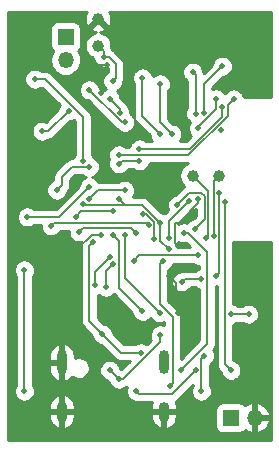
<source format=gbr>
%TF.GenerationSoftware,KiCad,Pcbnew,(5.99.0-2309-gaf729d578)*%
%TF.CreationDate,2020-08-23T06:16:53-04:00*%
%TF.ProjectId,mk2,6d6b322e-6b69-4636-9164-5f7063625858,rev?*%
%TF.SameCoordinates,Original*%
%TF.FileFunction,Copper,L2,Bot*%
%TF.FilePolarity,Positive*%
%FSLAX46Y46*%
G04 Gerber Fmt 4.6, Leading zero omitted, Abs format (unit mm)*
G04 Created by KiCad (PCBNEW (5.99.0-2309-gaf729d578)) date 2020-08-23 06:16:53*
%MOMM*%
%LPD*%
G01*
G04 APERTURE LIST*
%TA.AperFunction,ComponentPad*%
%ADD10O,1.350000X1.350000*%
%TD*%
%TA.AperFunction,ComponentPad*%
%ADD11R,1.350000X1.350000*%
%TD*%
%TA.AperFunction,SMDPad,CuDef*%
%ADD12C,1.000000*%
%TD*%
%TA.AperFunction,ComponentPad*%
%ADD13O,0.900000X1.700000*%
%TD*%
%TA.AperFunction,ComponentPad*%
%ADD14O,0.900000X2.000000*%
%TD*%
%TA.AperFunction,ViaPad*%
%ADD15C,0.500000*%
%TD*%
%TA.AperFunction,Conductor*%
%ADD16C,0.130000*%
%TD*%
%TA.AperFunction,Conductor*%
%ADD17C,0.254000*%
%TD*%
G04 APERTURE END LIST*
D10*
%TO.P,J3,2,Pin_2*%
%TO.N,Net-(J3-Pad2)*%
X17500000Y-17250000D03*
D11*
%TO.P,J3,1,Pin_1*%
%TO.N,Net-(J3-Pad1)*%
X17500000Y-15250000D03*
%TD*%
D10*
%TO.P,BT1,2,-*%
%TO.N,GND*%
X33500000Y-47500000D03*
D11*
%TO.P,BT1,1,+*%
%TO.N,+BATT*%
X31500000Y-47500000D03*
%TD*%
D12*
%TO.P,TP4,1,1*%
%TO.N,SWDIO*%
X28250000Y-27015000D03*
%TD*%
%TO.P,TP3,1,1*%
%TO.N,VCC*%
X20250000Y-16000000D03*
%TD*%
%TO.P,TP1,1,1*%
%TO.N,GND*%
X20250000Y-13750000D03*
%TD*%
%TO.P,TP2,1,1*%
%TO.N,SWDCLK*%
X30500000Y-27015000D03*
%TD*%
D13*
%TO.P,J2,S1,SHIELD*%
%TO.N,GND*%
X25820000Y-46990000D03*
X17180000Y-46990000D03*
D14*
X25820000Y-42820000D03*
X17180000Y-42820000D03*
%TD*%
D15*
%TO.N,GND*%
X30692130Y-23182201D03*
%TO.N,SPI_MOSI*%
X23750000Y-25750000D03*
%TO.N,SPI_CLK*%
X31715010Y-20500000D03*
%TO.N,SPI_MOSI*%
X30731801Y-21231801D03*
X22000000Y-26000000D03*
X23750000Y-24750000D03*
%TO.N,LCD_CS*%
X29219030Y-21727350D03*
%TO.N,SPI_CLK*%
X22000000Y-25250000D03*
%TO.N,Net-(J4-Pad1)*%
X33000000Y-38750000D03*
X31500000Y-38750000D03*
%TO.N,GND*%
X26250000Y-35500000D03*
%TO.N,VIN*%
X27326320Y-35990837D03*
%TO.N,GND*%
X28551000Y-37000000D03*
X27000000Y-38625000D03*
X28500000Y-40375000D03*
X14750000Y-14750000D03*
X23000000Y-14500000D03*
X20500000Y-20000000D03*
X21042303Y-17623091D03*
%TO.N,VCC*%
X20722153Y-16984990D03*
%TO.N,GND*%
X20250000Y-21750000D03*
X24000000Y-46500000D03*
%TO.N,SDA*%
X26314765Y-44822982D03*
%TO.N,GND*%
X32500000Y-43000000D03*
X29000000Y-46500000D03*
X27750000Y-47250000D03*
X32500000Y-33250000D03*
%TO.N,FLASHLIGHT*%
X26234990Y-32250000D03*
%TO.N,GND*%
X25750000Y-28250000D03*
X27000000Y-33000000D03*
%TO.N,SCL*%
X27491427Y-31845936D03*
%TO.N,FLASHLIGHT*%
X27938183Y-29171117D03*
%TO.N,GND*%
X28750000Y-29000000D03*
%TO.N,BACKLIGHT*%
X26971655Y-29480020D03*
%TO.N,GND*%
X22500000Y-38750000D03*
X20750000Y-39500000D03*
X16000000Y-39500000D03*
X17000000Y-37000000D03*
X20500000Y-32000000D03*
%TO.N,VUSB*%
X19856663Y-32621673D03*
%TO.N,GND*%
X18500000Y-33250000D03*
%TO.N,RTCIRQ*%
X16265010Y-31250000D03*
%TO.N,GND*%
X16250000Y-27000000D03*
X18250000Y-28250000D03*
%TO.N,SDA*%
X18935749Y-29441123D03*
%TO.N,SQW*%
X18350381Y-30492798D03*
%TO.N,GND*%
X15000000Y-29000000D03*
X27000000Y-18000000D03*
%TO.N,VIN*%
X28500000Y-21750000D03*
X28250000Y-18250000D03*
X30500000Y-28500000D03*
%TO.N,SWDIO*%
X29397837Y-32270263D03*
%TO.N,VIN*%
X30250000Y-35500000D03*
%TO.N,SWDCLK*%
X30034990Y-32141613D03*
%TO.N,VIN*%
X29000000Y-35750000D03*
%TO.N,GND*%
X16500000Y-20750000D03*
X17000000Y-23500000D03*
X15250000Y-24750000D03*
X13500000Y-23250000D03*
X21250000Y-22750000D03*
%TO.N,VUSB*%
X28500000Y-43500000D03*
X23500000Y-45250000D03*
%TO.N,VCC*%
X21500000Y-19000000D03*
%TO.N,SDA*%
X25750000Y-34250000D03*
X26250000Y-33250000D03*
%TO.N,SCL*%
X27250000Y-43500000D03*
X22500000Y-28250000D03*
%TO.N,SDA*%
X22078812Y-21671188D03*
%TO.N,SCL*%
X22500000Y-22500000D03*
X19500000Y-29000000D03*
%TO.N,BUTTON3*%
X19500000Y-27969988D03*
%TO.N,SCL*%
X19500000Y-19750000D03*
%TO.N,SDA*%
X22000000Y-29000000D03*
X21250000Y-20500000D03*
%TO.N,ACCELINT1*%
X25500000Y-19250000D03*
%TO.N,ACCELINT2*%
X24000000Y-18734990D03*
%TO.N,ACCELINT1*%
X26500000Y-23500000D03*
%TO.N,ACCELINT2*%
X25500000Y-23500000D03*
%TO.N,BUZZER*%
X17750000Y-21500000D03*
X15500000Y-23250000D03*
%TO.N,SQW*%
X28750000Y-23000000D03*
X30250000Y-20500000D03*
%TO.N,LCD_CS*%
X30750000Y-17750000D03*
%TO.N,Net-(IC1-Pad34)*%
X21507206Y-32045021D03*
%TO.N,Net-(IC1-Pad35)*%
X22507206Y-32045021D03*
%TO.N,RTCIRQ*%
X24550000Y-31150000D03*
%TO.N,BUTTON3*%
X14000000Y-35000000D03*
X14000000Y-45250000D03*
X14250000Y-30500000D03*
%TO.N,BUTTON5*%
X19500000Y-26250000D03*
X16750000Y-28250000D03*
%TO.N,FLASHLIGHT*%
X21500000Y-34519998D03*
%TO.N,BUTTON2*%
X21218353Y-33934174D03*
%TO.N,FLASHLIGHT*%
X20924998Y-36450124D03*
%TO.N,BACKLIGHT*%
X28469989Y-31500000D03*
%TO.N,BUTTON2*%
X23250000Y-34250000D03*
X20000000Y-36250000D03*
X28750000Y-33750000D03*
%TO.N,Net-(IC1-Pad34)*%
X24000000Y-38500000D03*
%TO.N,Net-(IC1-Pad35)*%
X25500000Y-38625000D03*
%TO.N,SCL*%
X23476021Y-31893878D03*
X18631992Y-31765010D03*
%TO.N,SQW*%
X21500000Y-30000000D03*
%TO.N,RST*%
X24059352Y-30216976D03*
%TO.N,SDA*%
X25500000Y-31000000D03*
%TO.N,BUTTON1*%
X19000000Y-25750000D03*
X14885000Y-18850000D03*
%TO.N,CHGNG*%
X31500000Y-43500000D03*
X31000000Y-29250000D03*
%TO.N,RST*%
X24956000Y-32375000D03*
%TO.N,BATTPOW*%
X29000000Y-45250000D03*
X29250000Y-42250000D03*
%TO.N,VUSB*%
X23850002Y-42000000D03*
X20620000Y-40450000D03*
%TO.N,USB_DP*%
X25500000Y-40500000D03*
X22000000Y-44250000D03*
X21250000Y-43500000D03*
%TD*%
D16*
%TO.N,SPI_CLK*%
X27895995Y-25250000D02*
X31215001Y-21930994D01*
%TO.N,SPI_MOSI*%
X22250000Y-25750000D02*
X22000000Y-26000000D01*
X23750000Y-25750000D02*
X22250000Y-25750000D01*
%TO.N,SQW*%
X28750000Y-22854005D02*
X28750000Y-23000000D01*
X30250000Y-21354005D02*
X28750000Y-22854005D01*
X30250000Y-20500000D02*
X30250000Y-21354005D01*
%TO.N,SPI_CLK*%
X31215001Y-21930994D02*
X31215001Y-21000009D01*
%TO.N,LCD_CS*%
X29219030Y-19280970D02*
X29219030Y-21727350D01*
%TO.N,SPI_MOSI*%
X28000000Y-24750000D02*
X23750000Y-24750000D01*
%TO.N,SPI_CLK*%
X22000000Y-25250000D02*
X27895995Y-25250000D01*
%TO.N,SPI_MOSI*%
X30731801Y-21231801D02*
X30731801Y-22018199D01*
X30731801Y-22018199D02*
X28000000Y-24750000D01*
%TO.N,SPI_CLK*%
X31215001Y-21000009D02*
X31715010Y-20500000D01*
%TO.N,LCD_CS*%
X30750000Y-17750000D02*
X29219030Y-19280970D01*
%TO.N,CHGNG*%
X30984998Y-29265002D02*
X31000000Y-29250000D01*
X31500000Y-43500000D02*
X30984998Y-42984998D01*
X30984998Y-42984998D02*
X30984998Y-29265002D01*
%TO.N,Net-(J4-Pad1)*%
X33000000Y-38750000D02*
X31500000Y-38750000D01*
%TO.N,SDA*%
X26564764Y-38951968D02*
X26564764Y-44572983D01*
%TO.N,VIN*%
X29000000Y-35750000D02*
X27567157Y-35750000D01*
%TO.N,SDA*%
X26564764Y-44572983D02*
X26314765Y-44822982D01*
%TO.N,VIN*%
X27567157Y-35750000D02*
X27326320Y-35990837D01*
%TO.N,GND*%
X26250000Y-35500000D02*
X26816967Y-36066967D01*
%TO.N,SDA*%
X25750000Y-34250000D02*
X25500001Y-34499999D01*
%TO.N,GND*%
X26816967Y-36066967D02*
X26816967Y-37566967D01*
%TO.N,SDA*%
X25500001Y-34499999D02*
X25500001Y-37887205D01*
X25500001Y-37887205D02*
X26564764Y-38951968D01*
%TO.N,GND*%
X26816967Y-37566967D02*
X27000000Y-37750000D01*
X27000000Y-38625000D02*
X27000000Y-38551000D01*
X27000000Y-38551000D02*
X28551000Y-37000000D01*
X28500000Y-40375000D02*
X28500000Y-40125000D01*
X28500000Y-40125000D02*
X27000000Y-38625000D01*
X20500000Y-20000000D02*
X20500000Y-19500000D01*
%TO.N,VCC*%
X21166404Y-16984990D02*
X20722153Y-16984990D01*
X21749999Y-17568585D02*
X21166404Y-16984990D01*
X21749999Y-18750001D02*
X21749999Y-17568585D01*
X21500000Y-19000000D02*
X21749999Y-18750001D01*
%TO.N,GND*%
X19876909Y-17623091D02*
X19750000Y-17750000D01*
X21042303Y-17623091D02*
X19876909Y-17623091D01*
%TO.N,VCC*%
X20250000Y-16000000D02*
X20722153Y-16472153D01*
X20722153Y-16472153D02*
X20722153Y-16984990D01*
%TO.N,VUSB*%
X23749999Y-45499999D02*
X23500000Y-45250000D01*
X26500001Y-45499999D02*
X23749999Y-45499999D01*
X28500000Y-43500000D02*
X26500001Y-45499999D01*
%TO.N,SWDIO*%
X29545013Y-28310013D02*
X29545013Y-32123087D01*
%TO.N,GND*%
X27000000Y-33000000D02*
X26750000Y-32750000D01*
%TO.N,BACKLIGHT*%
X28469989Y-31500000D02*
X29265001Y-30704988D01*
%TO.N,SWDIO*%
X28250000Y-27015000D02*
X29545013Y-28310013D01*
%TO.N,GND*%
X28750000Y-29353553D02*
X28750000Y-29000000D01*
%TO.N,SCL*%
X27844980Y-31845936D02*
X27491427Y-31845936D01*
X29500000Y-33500956D02*
X27844980Y-31845936D01*
%TO.N,BACKLIGHT*%
X29265001Y-30704988D02*
X29265001Y-28752799D01*
%TO.N,FLASHLIGHT*%
X26234990Y-32250000D02*
X26234990Y-30874310D01*
%TO.N,SCL*%
X27250000Y-43500000D02*
X29500000Y-41250000D01*
%TO.N,SWDIO*%
X29545013Y-32123087D02*
X29397837Y-32270263D01*
%TO.N,BACKLIGHT*%
X29265001Y-28752799D02*
X28997201Y-28484999D01*
X27966676Y-28484999D02*
X26971655Y-29480020D01*
%TO.N,GND*%
X26750000Y-32750000D02*
X26750000Y-31000000D01*
%TO.N,SCL*%
X29500000Y-41250000D02*
X29500000Y-33500956D01*
%TO.N,GND*%
X27103553Y-31000000D02*
X28750000Y-29353553D01*
%TO.N,BACKLIGHT*%
X28997201Y-28484999D02*
X27966676Y-28484999D01*
%TO.N,GND*%
X26750000Y-31000000D02*
X27103553Y-31000000D01*
%TO.N,FLASHLIGHT*%
X26234990Y-30874310D02*
X27938183Y-29171117D01*
%TO.N,GND*%
X22500000Y-38750000D02*
X21500000Y-38750000D01*
X21500000Y-38750000D02*
X20750000Y-39500000D01*
%TO.N,VUSB*%
X20620000Y-40450000D02*
X19500001Y-39330001D01*
%TO.N,RTCIRQ*%
X24550000Y-31150000D02*
X24400001Y-31000001D01*
%TO.N,VUSB*%
X19500001Y-39330001D02*
X19500001Y-32978335D01*
X19500001Y-32978335D02*
X19856663Y-32621673D01*
%TO.N,RTCIRQ*%
X24400001Y-31000001D02*
X16515009Y-31000001D01*
%TO.N,GND*%
X20500000Y-32000000D02*
X19750000Y-32000000D01*
%TO.N,RTCIRQ*%
X16515009Y-31000001D02*
X16265010Y-31250000D01*
%TO.N,SCL*%
X23476021Y-31893878D02*
X23002132Y-31419989D01*
X18977013Y-31419989D02*
X18631992Y-31765010D01*
X23002132Y-31419989D02*
X18977013Y-31419989D01*
%TO.N,GND*%
X19750000Y-32000000D02*
X18500000Y-33250000D01*
%TO.N,SDA*%
X22750000Y-29500000D02*
X18994626Y-29500000D01*
%TO.N,SQW*%
X21500000Y-30000000D02*
X18843179Y-30000000D01*
%TO.N,BUTTON5*%
X18033294Y-26250000D02*
X19500000Y-26250000D01*
%TO.N,SQW*%
X18843179Y-30000000D02*
X18350381Y-30492798D01*
%TO.N,BUTTON5*%
X16750000Y-28250000D02*
X17169989Y-27830011D01*
%TO.N,SDA*%
X18994626Y-29500000D02*
X18935749Y-29441123D01*
%TO.N,BUTTON5*%
X17169989Y-27830011D02*
X17169989Y-27113305D01*
X17169989Y-27113305D02*
X18033294Y-26250000D01*
%TO.N,VIN*%
X28500000Y-21750000D02*
X28500000Y-18500000D01*
X28500000Y-18500000D02*
X28250000Y-18250000D01*
%TO.N,SWDCLK*%
X30500000Y-27015000D02*
X30034990Y-27480010D01*
%TO.N,VIN*%
X30250000Y-35500000D02*
X30500000Y-35250000D01*
%TO.N,SWDCLK*%
X30034990Y-27480010D02*
X30034990Y-32141613D01*
%TO.N,VIN*%
X30500000Y-35250000D02*
X30500000Y-28500000D01*
%TO.N,SDA*%
X26250000Y-33250000D02*
X25500000Y-32500000D01*
X25500000Y-32500000D02*
X25500000Y-31000000D01*
%TO.N,SCL*%
X22500000Y-22500000D02*
X22250000Y-22500000D01*
%TO.N,BUTTON3*%
X16969988Y-30500000D02*
X19500000Y-27969988D01*
%TO.N,SCL*%
X19500000Y-29000000D02*
X20250000Y-28250000D01*
%TO.N,BUTTON3*%
X14250000Y-30500000D02*
X16969988Y-30500000D01*
%TO.N,SDA*%
X22078812Y-21328812D02*
X22078812Y-21671188D01*
X21250000Y-20500000D02*
X22078812Y-21328812D01*
%TO.N,SCL*%
X22250000Y-22500000D02*
X19500000Y-19750000D01*
X20250000Y-28250000D02*
X22500000Y-28250000D01*
%TO.N,SDA*%
X22750000Y-29500000D02*
X24000000Y-29500000D01*
X22750000Y-29500000D02*
X22500000Y-29500000D01*
X22500000Y-29500000D02*
X22000000Y-29000000D01*
%TO.N,ACCELINT2*%
X24000000Y-22000000D02*
X24000000Y-18734990D01*
X25500000Y-23500000D02*
X24000000Y-22000000D01*
%TO.N,ACCELINT1*%
X25500000Y-22500000D02*
X26500000Y-23500000D01*
X25500000Y-19250000D02*
X25500000Y-22500000D01*
%TO.N,BUTTON1*%
X15788204Y-18850000D02*
X14885000Y-18850000D01*
X19000000Y-22061796D02*
X15788204Y-18850000D01*
X19000000Y-25750000D02*
X19000000Y-22061796D01*
%TO.N,BUZZER*%
X15500000Y-23250000D02*
X16000000Y-23250000D01*
X16000000Y-23250000D02*
X17750000Y-21500000D01*
%TO.N,Net-(IC1-Pad34)*%
X22015002Y-36515002D02*
X22015002Y-32552817D01*
%TO.N,RST*%
X25015002Y-30926798D02*
X24305180Y-30216976D01*
X25015002Y-32315998D02*
X25015002Y-30926798D01*
%TO.N,Net-(IC1-Pad34)*%
X24000000Y-38500000D02*
X22015002Y-36515002D01*
%TO.N,RST*%
X24956000Y-32375000D02*
X25015002Y-32315998D01*
X24305180Y-30216976D02*
X24059352Y-30216976D01*
%TO.N,Net-(IC1-Pad34)*%
X22015002Y-32552817D02*
X21507206Y-32045021D01*
%TO.N,Net-(IC1-Pad35)*%
X22507206Y-35632206D02*
X22507206Y-32045021D01*
X25500000Y-38625000D02*
X22507206Y-35632206D01*
%TO.N,BUTTON3*%
X14000000Y-35000000D02*
X14000000Y-45250000D01*
%TO.N,BUTTON2*%
X20000000Y-36250000D02*
X20000000Y-35152527D01*
%TO.N,FLASHLIGHT*%
X20924998Y-36450124D02*
X20924998Y-35095000D01*
X20924998Y-35095000D02*
X21500000Y-34519998D01*
%TO.N,BUTTON2*%
X20000000Y-35152527D02*
X21218353Y-33934174D01*
X28750000Y-33750000D02*
X23750000Y-33750000D01*
X23750000Y-33750000D02*
X23250000Y-34250000D01*
%TO.N,SDA*%
X24000000Y-29500000D02*
X25500000Y-31000000D01*
%TO.N,BATTPOW*%
X29000000Y-45250000D02*
X29000000Y-42500000D01*
X29000000Y-42500000D02*
X29250000Y-42250000D01*
%TO.N,USB_DP*%
X22353553Y-44250000D02*
X22000000Y-44250000D01*
X25500000Y-41103553D02*
X22353553Y-44250000D01*
X25500000Y-40500000D02*
X25500000Y-41103553D01*
%TO.N,VUSB*%
X23850002Y-42000000D02*
X22170000Y-42000000D01*
X22170000Y-42000000D02*
X20620000Y-40450000D01*
%TO.N,USB_DP*%
X21250000Y-43500000D02*
X22000000Y-44250000D01*
%TD*%
%TO.N,GND*%
D17*
X19254963Y-13195942D02*
X19249026Y-13206742D01*
X19166296Y-13399763D01*
X19162570Y-13411511D01*
X19118907Y-13616927D01*
X19117533Y-13629175D01*
X19114601Y-13839158D01*
X19115633Y-13851439D01*
X19153542Y-14057994D01*
X19156940Y-14069841D01*
X19234248Y-14265098D01*
X19239881Y-14276059D01*
X19306681Y-14379712D01*
X19426467Y-14392513D01*
X20250000Y-13568981D01*
X21074287Y-14393267D01*
X21191100Y-14383252D01*
X21237203Y-14317897D01*
X21243291Y-14307181D01*
X21328708Y-14115334D01*
X21332599Y-14103638D01*
X21379222Y-13898423D01*
X21380786Y-13885309D01*
X21384123Y-13646318D01*
X21382926Y-13633165D01*
X21342050Y-13426727D01*
X21338488Y-13414928D01*
X21258461Y-13220770D01*
X21252675Y-13209888D01*
X21202255Y-13134000D01*
X34866000Y-13134000D01*
X34866001Y-20366000D01*
X32598802Y-20366000D01*
X32598634Y-20364774D01*
X32532386Y-20138223D01*
X32524955Y-20121879D01*
X32397993Y-19923354D01*
X32386274Y-19909753D01*
X32208695Y-19754841D01*
X32193630Y-19745076D01*
X31979710Y-19646232D01*
X31962510Y-19641088D01*
X31729446Y-19606256D01*
X31711493Y-19606147D01*
X31478022Y-19638128D01*
X31460760Y-19643061D01*
X31245649Y-19739285D01*
X31230466Y-19748865D01*
X31051008Y-19901596D01*
X31039124Y-19915053D01*
X30982653Y-20001021D01*
X30932983Y-19923354D01*
X30921264Y-19909753D01*
X30743685Y-19754841D01*
X30728620Y-19745076D01*
X30514700Y-19646232D01*
X30497500Y-19641088D01*
X30264436Y-19606256D01*
X30246483Y-19606147D01*
X30013012Y-19638128D01*
X29995750Y-19643061D01*
X29920030Y-19676932D01*
X29920030Y-19571332D01*
X30862463Y-18628899D01*
X30976440Y-18614702D01*
X30993761Y-18609980D01*
X31210032Y-18516392D01*
X31225331Y-18506998D01*
X31406642Y-18356471D01*
X31418690Y-18343161D01*
X31550464Y-18147796D01*
X31558292Y-18131640D01*
X31630056Y-17906775D01*
X31633050Y-17888289D01*
X31636165Y-17633328D01*
X31633624Y-17614774D01*
X31567376Y-17388223D01*
X31559945Y-17371879D01*
X31432983Y-17173354D01*
X31421264Y-17159753D01*
X31243685Y-17004841D01*
X31228620Y-16995076D01*
X31014700Y-16896232D01*
X30997500Y-16891088D01*
X30764436Y-16856256D01*
X30746483Y-16856147D01*
X30513012Y-16888128D01*
X30495750Y-16893061D01*
X30280639Y-16989285D01*
X30265456Y-16998865D01*
X30085998Y-17151596D01*
X30074114Y-17165053D01*
X29944735Y-17362013D01*
X29937105Y-17378264D01*
X29868207Y-17603618D01*
X29865445Y-17621358D01*
X29865175Y-17643461D01*
X29182242Y-18326395D01*
X29176571Y-18290595D01*
X29170443Y-18271733D01*
X29149640Y-18230905D01*
X29135505Y-18187400D01*
X29136165Y-18133328D01*
X29133624Y-18114774D01*
X29067376Y-17888223D01*
X29059945Y-17871879D01*
X28932983Y-17673354D01*
X28921264Y-17659753D01*
X28743685Y-17504841D01*
X28728620Y-17495076D01*
X28514700Y-17396232D01*
X28497500Y-17391088D01*
X28264436Y-17356256D01*
X28246483Y-17356147D01*
X28013012Y-17388128D01*
X27995750Y-17393061D01*
X27780639Y-17489285D01*
X27765456Y-17498865D01*
X27585998Y-17651596D01*
X27574114Y-17665053D01*
X27444735Y-17862013D01*
X27437105Y-17878264D01*
X27368207Y-18103618D01*
X27365445Y-18121358D01*
X27362567Y-18356993D01*
X27364895Y-18374794D01*
X27428265Y-18601765D01*
X27435496Y-18618198D01*
X27560024Y-18818259D01*
X27571576Y-18832002D01*
X27747249Y-18989071D01*
X27762193Y-18999019D01*
X27799001Y-19016576D01*
X27799000Y-21203284D01*
X27694735Y-21362013D01*
X27687105Y-21378264D01*
X27618207Y-21603618D01*
X27615445Y-21621358D01*
X27612567Y-21856993D01*
X27614895Y-21874794D01*
X27678265Y-22101765D01*
X27685496Y-22118198D01*
X27810024Y-22318259D01*
X27821576Y-22332002D01*
X27997249Y-22489071D01*
X28012193Y-22499019D01*
X28017344Y-22501476D01*
X27944735Y-22612013D01*
X27937105Y-22628264D01*
X27868207Y-22853618D01*
X27865445Y-22871358D01*
X27862567Y-23106993D01*
X27864895Y-23124794D01*
X27928265Y-23351765D01*
X27935496Y-23368198D01*
X28060024Y-23568259D01*
X28071576Y-23582002D01*
X28127043Y-23631595D01*
X27709638Y-24049000D01*
X27198477Y-24049000D01*
X27300464Y-23897796D01*
X27308292Y-23881640D01*
X27380056Y-23656775D01*
X27383050Y-23638289D01*
X27386165Y-23383328D01*
X27383624Y-23364774D01*
X27317376Y-23138223D01*
X27309945Y-23121879D01*
X27182983Y-22923354D01*
X27171264Y-22909753D01*
X26993685Y-22754841D01*
X26978620Y-22745076D01*
X26764700Y-22646232D01*
X26747500Y-22641088D01*
X26612234Y-22620872D01*
X26201000Y-22209638D01*
X26201000Y-19795260D01*
X26300465Y-19647796D01*
X26308292Y-19631640D01*
X26380056Y-19406775D01*
X26383050Y-19388289D01*
X26386165Y-19133328D01*
X26383624Y-19114774D01*
X26317376Y-18888223D01*
X26309945Y-18871879D01*
X26182983Y-18673354D01*
X26171264Y-18659753D01*
X25993685Y-18504841D01*
X25978620Y-18495076D01*
X25764700Y-18396232D01*
X25747500Y-18391088D01*
X25514436Y-18356256D01*
X25496483Y-18356147D01*
X25263012Y-18388128D01*
X25245750Y-18393061D01*
X25030639Y-18489285D01*
X25015456Y-18498865D01*
X24885010Y-18609884D01*
X24883624Y-18599764D01*
X24817376Y-18373213D01*
X24809945Y-18356869D01*
X24682983Y-18158344D01*
X24671264Y-18144743D01*
X24493685Y-17989831D01*
X24478620Y-17980066D01*
X24264700Y-17881222D01*
X24247500Y-17876078D01*
X24014436Y-17841246D01*
X23996483Y-17841137D01*
X23763012Y-17873118D01*
X23745750Y-17878051D01*
X23530639Y-17974275D01*
X23515456Y-17983855D01*
X23335998Y-18136586D01*
X23324114Y-18150043D01*
X23194735Y-18347003D01*
X23187105Y-18363254D01*
X23118207Y-18588608D01*
X23115445Y-18606348D01*
X23112567Y-18841983D01*
X23114895Y-18859784D01*
X23178265Y-19086755D01*
X23185496Y-19103188D01*
X23299001Y-19285540D01*
X23299000Y-22050455D01*
X23299001Y-22050467D01*
X23299001Y-22100987D01*
X23299796Y-22106010D01*
X23182983Y-21923354D01*
X23171264Y-21909753D01*
X22993685Y-21754841D01*
X22978620Y-21745076D01*
X22962738Y-21737738D01*
X22964977Y-21554516D01*
X22962436Y-21535962D01*
X22896188Y-21309411D01*
X22888757Y-21293067D01*
X22761795Y-21094542D01*
X22750076Y-21080941D01*
X22730615Y-21063964D01*
X22728453Y-21059720D01*
X22714295Y-21016146D01*
X22705292Y-20998476D01*
X22678359Y-20961406D01*
X22657559Y-20920584D01*
X22645902Y-20904539D01*
X22609665Y-20868302D01*
X22609652Y-20868288D01*
X22136027Y-20394663D01*
X22136165Y-20383328D01*
X22133624Y-20364775D01*
X22067376Y-20138223D01*
X22059945Y-20121879D01*
X21932983Y-19923354D01*
X21921264Y-19909753D01*
X21824271Y-19825141D01*
X21960032Y-19766392D01*
X21975331Y-19756998D01*
X22156642Y-19606471D01*
X22168690Y-19593161D01*
X22300464Y-19397796D01*
X22308292Y-19381640D01*
X22380056Y-19156775D01*
X22383050Y-19138289D01*
X22383937Y-19065697D01*
X22385482Y-19062665D01*
X22399638Y-19019095D01*
X22420441Y-18978268D01*
X22426570Y-18959406D01*
X22433739Y-18914147D01*
X22447895Y-18870578D01*
X22450998Y-18850989D01*
X22450998Y-18800469D01*
X22450999Y-18800457D01*
X22450999Y-17518129D01*
X22450998Y-17518117D01*
X22450998Y-17467597D01*
X22447896Y-17448009D01*
X22433739Y-17404440D01*
X22426570Y-17359180D01*
X22420442Y-17340318D01*
X22399639Y-17299490D01*
X22385482Y-17255919D01*
X22376479Y-17238249D01*
X22349546Y-17201179D01*
X22328746Y-17160357D01*
X22317089Y-17144312D01*
X22280852Y-17108075D01*
X22280839Y-17108061D01*
X21630088Y-16457311D01*
X21590676Y-16417899D01*
X21574631Y-16406242D01*
X21533808Y-16385442D01*
X21496741Y-16358511D01*
X21479069Y-16349507D01*
X21435500Y-16335351D01*
X21410666Y-16322698D01*
X21405893Y-16308008D01*
X21398724Y-16262748D01*
X21392596Y-16243886D01*
X21371793Y-16203058D01*
X21368860Y-16194032D01*
X21379222Y-16148422D01*
X21380786Y-16135309D01*
X21384123Y-15896318D01*
X21382926Y-15883165D01*
X21342050Y-15676727D01*
X21338488Y-15664928D01*
X21258461Y-15470770D01*
X21252675Y-15459888D01*
X21136461Y-15284972D01*
X21128671Y-15275421D01*
X20980696Y-15126408D01*
X20971199Y-15118552D01*
X20797099Y-15001119D01*
X20786257Y-14995257D01*
X20592662Y-14913878D01*
X20580888Y-14910234D01*
X20405205Y-14874171D01*
X20550332Y-14848581D01*
X20562202Y-14845266D01*
X20757993Y-14769324D01*
X20768994Y-14763767D01*
X20879232Y-14693809D01*
X20892511Y-14573531D01*
X20302191Y-13983210D01*
X20197809Y-13983210D01*
X19606945Y-14574076D01*
X19617415Y-14691388D01*
X19689009Y-14741145D01*
X19699768Y-14747158D01*
X19892207Y-14831232D01*
X19903929Y-14835040D01*
X20090191Y-14875993D01*
X19934360Y-14905720D01*
X19922536Y-14909199D01*
X19727824Y-14987868D01*
X19716902Y-14993578D01*
X19541178Y-15108569D01*
X19531572Y-15116292D01*
X19381531Y-15263223D01*
X19373608Y-15272665D01*
X19254963Y-15445942D01*
X19249026Y-15456742D01*
X19166296Y-15649763D01*
X19162570Y-15661511D01*
X19118907Y-15866927D01*
X19117533Y-15879175D01*
X19114601Y-16089158D01*
X19115633Y-16101439D01*
X19153542Y-16307994D01*
X19156940Y-16319841D01*
X19234248Y-16515098D01*
X19239881Y-16526059D01*
X19353642Y-16702581D01*
X19361297Y-16712240D01*
X19507178Y-16863305D01*
X19516564Y-16871293D01*
X19689008Y-16991145D01*
X19699767Y-16997158D01*
X19835156Y-17056307D01*
X19834720Y-17091983D01*
X19837048Y-17109784D01*
X19900418Y-17336755D01*
X19907649Y-17353188D01*
X20032177Y-17553249D01*
X20043729Y-17566992D01*
X20219402Y-17724061D01*
X20234346Y-17734009D01*
X20447041Y-17835460D01*
X20464178Y-17840814D01*
X20696799Y-17878490D01*
X20714749Y-17878819D01*
X20948593Y-17849692D01*
X20965914Y-17844970D01*
X21014149Y-17824097D01*
X21049000Y-17858948D01*
X21048999Y-18231073D01*
X21030640Y-18239285D01*
X21015456Y-18248865D01*
X20835998Y-18401596D01*
X20824114Y-18415053D01*
X20694735Y-18612013D01*
X20687105Y-18628264D01*
X20618207Y-18853618D01*
X20615445Y-18871358D01*
X20612567Y-19106993D01*
X20614895Y-19124794D01*
X20678265Y-19351765D01*
X20685496Y-19368198D01*
X20810024Y-19568259D01*
X20821576Y-19582002D01*
X20925176Y-19674630D01*
X20780639Y-19739285D01*
X20765456Y-19748865D01*
X20616769Y-19875407D01*
X20386027Y-19644665D01*
X20386165Y-19633328D01*
X20383624Y-19614775D01*
X20317376Y-19388223D01*
X20309945Y-19371879D01*
X20182983Y-19173354D01*
X20171264Y-19159753D01*
X19993685Y-19004841D01*
X19978620Y-18995076D01*
X19764700Y-18896232D01*
X19747500Y-18891088D01*
X19514436Y-18856256D01*
X19496483Y-18856147D01*
X19263012Y-18888128D01*
X19245750Y-18893061D01*
X19030639Y-18989285D01*
X19015456Y-18998865D01*
X18835998Y-19151596D01*
X18824114Y-19165053D01*
X18694735Y-19362013D01*
X18687105Y-19378264D01*
X18618207Y-19603618D01*
X18615445Y-19621358D01*
X18612567Y-19856993D01*
X18614895Y-19874794D01*
X18678265Y-20101765D01*
X18685496Y-20118198D01*
X18810024Y-20318259D01*
X18821576Y-20332002D01*
X18997249Y-20489071D01*
X19012193Y-20499019D01*
X19224889Y-20600470D01*
X19242025Y-20605824D01*
X19388125Y-20629487D01*
X21782209Y-23023573D01*
X21810024Y-23068259D01*
X21821576Y-23082002D01*
X21997249Y-23239071D01*
X22012193Y-23249019D01*
X22224888Y-23350470D01*
X22242025Y-23355824D01*
X22474646Y-23393500D01*
X22492596Y-23393829D01*
X22726440Y-23364702D01*
X22743761Y-23359980D01*
X22960032Y-23266392D01*
X22975331Y-23256998D01*
X23156642Y-23106471D01*
X23168690Y-23093161D01*
X23300464Y-22897796D01*
X23308292Y-22881640D01*
X23380056Y-22656775D01*
X23383050Y-22638289D01*
X23386165Y-22383328D01*
X23383624Y-22364774D01*
X23373576Y-22330411D01*
X23400449Y-22367400D01*
X23421252Y-22408228D01*
X23432910Y-22424273D01*
X23472322Y-22463684D01*
X24612604Y-23603967D01*
X24612567Y-23606992D01*
X24614895Y-23624794D01*
X24678265Y-23851765D01*
X24685496Y-23868198D01*
X24798036Y-24049000D01*
X24294306Y-24049000D01*
X24243685Y-24004841D01*
X24228620Y-23995076D01*
X24014700Y-23896232D01*
X23997500Y-23891088D01*
X23764436Y-23856256D01*
X23746483Y-23856147D01*
X23513012Y-23888128D01*
X23495750Y-23893061D01*
X23280639Y-23989285D01*
X23265456Y-23998865D01*
X23085998Y-24151596D01*
X23074114Y-24165053D01*
X22944735Y-24362013D01*
X22937105Y-24378264D01*
X22884905Y-24549000D01*
X22544306Y-24549000D01*
X22493685Y-24504841D01*
X22478620Y-24495076D01*
X22264700Y-24396232D01*
X22247500Y-24391088D01*
X22014436Y-24356256D01*
X21996483Y-24356147D01*
X21763012Y-24388128D01*
X21745750Y-24393061D01*
X21530639Y-24489285D01*
X21515456Y-24498865D01*
X21335998Y-24651596D01*
X21324114Y-24665053D01*
X21194735Y-24862013D01*
X21187105Y-24878264D01*
X21118207Y-25103618D01*
X21115445Y-25121358D01*
X21112567Y-25356993D01*
X21114895Y-25374794D01*
X21178265Y-25601765D01*
X21185496Y-25618197D01*
X21189107Y-25623999D01*
X21187105Y-25628264D01*
X21118207Y-25853618D01*
X21115445Y-25871358D01*
X21112567Y-26106993D01*
X21114895Y-26124794D01*
X21178265Y-26351765D01*
X21185496Y-26368198D01*
X21310024Y-26568259D01*
X21321576Y-26582002D01*
X21497249Y-26739071D01*
X21512193Y-26749019D01*
X21724888Y-26850470D01*
X21742025Y-26855824D01*
X21974646Y-26893500D01*
X21992596Y-26893829D01*
X22226440Y-26864702D01*
X22243761Y-26859980D01*
X22460032Y-26766392D01*
X22475331Y-26756998D01*
X22656642Y-26606471D01*
X22668690Y-26593161D01*
X22764579Y-26451000D01*
X23204669Y-26451000D01*
X23247249Y-26489071D01*
X23262193Y-26499019D01*
X23474888Y-26600470D01*
X23492025Y-26605824D01*
X23724646Y-26643500D01*
X23742596Y-26643829D01*
X23976440Y-26614702D01*
X23993761Y-26609980D01*
X24210032Y-26516392D01*
X24225331Y-26506998D01*
X24406642Y-26356471D01*
X24418690Y-26343161D01*
X24550464Y-26147796D01*
X24558292Y-26131640D01*
X24615942Y-25951000D01*
X27856201Y-25951000D01*
X27727824Y-26002868D01*
X27716902Y-26008578D01*
X27541178Y-26123569D01*
X27531572Y-26131292D01*
X27381531Y-26278223D01*
X27373608Y-26287665D01*
X27254963Y-26460942D01*
X27249026Y-26471742D01*
X27166296Y-26664763D01*
X27162570Y-26676511D01*
X27118907Y-26881927D01*
X27117533Y-26894175D01*
X27114601Y-27104158D01*
X27115633Y-27116439D01*
X27153542Y-27322994D01*
X27156940Y-27334841D01*
X27234248Y-27530098D01*
X27239881Y-27541059D01*
X27353642Y-27717581D01*
X27361297Y-27727240D01*
X27507178Y-27878305D01*
X27516564Y-27886293D01*
X27552010Y-27910929D01*
X27542403Y-27917909D01*
X27506166Y-27954146D01*
X27506152Y-27954159D01*
X26859226Y-28601086D01*
X26734667Y-28618148D01*
X26717405Y-28623081D01*
X26502294Y-28719305D01*
X26487111Y-28728885D01*
X26307653Y-28881616D01*
X26295769Y-28895073D01*
X26166390Y-29092033D01*
X26158760Y-29108284D01*
X26089862Y-29333638D01*
X26087100Y-29351378D01*
X26084222Y-29587013D01*
X26086550Y-29604814D01*
X26149920Y-29831785D01*
X26157151Y-29848217D01*
X26200338Y-29917600D01*
X25906285Y-30211653D01*
X25764700Y-30146232D01*
X25747500Y-30141088D01*
X25612235Y-30120872D01*
X24463684Y-28972322D01*
X24424272Y-28932909D01*
X24408227Y-28921252D01*
X24367404Y-28900452D01*
X24330337Y-28873521D01*
X24312665Y-28864517D01*
X24269096Y-28850361D01*
X24228266Y-28829557D01*
X24209404Y-28823429D01*
X24164145Y-28816260D01*
X24120576Y-28802104D01*
X24100987Y-28799001D01*
X24050468Y-28799001D01*
X24050456Y-28799000D01*
X23198477Y-28799000D01*
X23300464Y-28647796D01*
X23308292Y-28631640D01*
X23380056Y-28406775D01*
X23383050Y-28388289D01*
X23386165Y-28133328D01*
X23383624Y-28114774D01*
X23317376Y-27888223D01*
X23309945Y-27871879D01*
X23182983Y-27673354D01*
X23171264Y-27659753D01*
X22993685Y-27504841D01*
X22978620Y-27495076D01*
X22764700Y-27396232D01*
X22747500Y-27391088D01*
X22514436Y-27356256D01*
X22496483Y-27356147D01*
X22263012Y-27388128D01*
X22245750Y-27393061D01*
X22030639Y-27489285D01*
X22015456Y-27498865D01*
X21956548Y-27549000D01*
X20282530Y-27549000D01*
X20182983Y-27393342D01*
X20171264Y-27379741D01*
X19993685Y-27224829D01*
X19978620Y-27215064D01*
X19764700Y-27116220D01*
X19747500Y-27111076D01*
X19742488Y-27110327D01*
X19743761Y-27109980D01*
X19960032Y-27016392D01*
X19975331Y-27006998D01*
X20156642Y-26856471D01*
X20168690Y-26843161D01*
X20300464Y-26647796D01*
X20308292Y-26631640D01*
X20380056Y-26406775D01*
X20383050Y-26388289D01*
X20386165Y-26133328D01*
X20383624Y-26114774D01*
X20317376Y-25888223D01*
X20309945Y-25871879D01*
X20182983Y-25673354D01*
X20171264Y-25659753D01*
X19993685Y-25504841D01*
X19978620Y-25495076D01*
X19828313Y-25425625D01*
X19817376Y-25388222D01*
X19809945Y-25371879D01*
X19701000Y-25201526D01*
X19701000Y-22011340D01*
X19700999Y-22011328D01*
X19700999Y-21960808D01*
X19697897Y-21941220D01*
X19683740Y-21897651D01*
X19676571Y-21852392D01*
X19670443Y-21833530D01*
X19649642Y-21792706D01*
X19635482Y-21749128D01*
X19626478Y-21731457D01*
X19599547Y-21694390D01*
X19578748Y-21653569D01*
X19567091Y-21637524D01*
X19530853Y-21601286D01*
X19530840Y-21601272D01*
X16251888Y-18322322D01*
X16212476Y-18282909D01*
X16196431Y-18271252D01*
X16155608Y-18250452D01*
X16118541Y-18223521D01*
X16100869Y-18214517D01*
X16057300Y-18200361D01*
X16016470Y-18179557D01*
X15997608Y-18173429D01*
X15952349Y-18166260D01*
X15908780Y-18152104D01*
X15889191Y-18149001D01*
X15838672Y-18149001D01*
X15838660Y-18149000D01*
X15429306Y-18149000D01*
X15378685Y-18104841D01*
X15363620Y-18095076D01*
X15149700Y-17996232D01*
X15132500Y-17991088D01*
X14899436Y-17956256D01*
X14881483Y-17956147D01*
X14648012Y-17988128D01*
X14630750Y-17993061D01*
X14415639Y-18089285D01*
X14400456Y-18098865D01*
X14220998Y-18251596D01*
X14209114Y-18265053D01*
X14079735Y-18462013D01*
X14072105Y-18478264D01*
X14003207Y-18703618D01*
X14000445Y-18721358D01*
X13997567Y-18956993D01*
X13999895Y-18974794D01*
X14063265Y-19201765D01*
X14070496Y-19218198D01*
X14195024Y-19418259D01*
X14206576Y-19432002D01*
X14382249Y-19589071D01*
X14397193Y-19599019D01*
X14609888Y-19700470D01*
X14627025Y-19705824D01*
X14859646Y-19743500D01*
X14877596Y-19743829D01*
X15111440Y-19714702D01*
X15128761Y-19709980D01*
X15345032Y-19616392D01*
X15360331Y-19606998D01*
X15427782Y-19551000D01*
X15497842Y-19551000D01*
X16989978Y-21043137D01*
X16944735Y-21112013D01*
X16937105Y-21128264D01*
X16868207Y-21353618D01*
X16865445Y-21371358D01*
X16865175Y-21393463D01*
X15831528Y-22427110D01*
X15764700Y-22396232D01*
X15747500Y-22391088D01*
X15514436Y-22356256D01*
X15496483Y-22356147D01*
X15263012Y-22388128D01*
X15245750Y-22393061D01*
X15030639Y-22489285D01*
X15015456Y-22498865D01*
X14835998Y-22651596D01*
X14824114Y-22665053D01*
X14694735Y-22862013D01*
X14687105Y-22878264D01*
X14618207Y-23103618D01*
X14615445Y-23121358D01*
X14612567Y-23356993D01*
X14614895Y-23374794D01*
X14678265Y-23601765D01*
X14685496Y-23618198D01*
X14810024Y-23818259D01*
X14821576Y-23832002D01*
X14997249Y-23989071D01*
X15012193Y-23999019D01*
X15224888Y-24100470D01*
X15242025Y-24105824D01*
X15474646Y-24143500D01*
X15492596Y-24143829D01*
X15726440Y-24114702D01*
X15743761Y-24109980D01*
X15960032Y-24016392D01*
X15975331Y-24006998D01*
X16042782Y-23951000D01*
X16050456Y-23951000D01*
X16050468Y-23950999D01*
X16100987Y-23950999D01*
X16120576Y-23947896D01*
X16164145Y-23933740D01*
X16209404Y-23926571D01*
X16228266Y-23920443D01*
X16269096Y-23899639D01*
X16312665Y-23885483D01*
X16330337Y-23876479D01*
X16367404Y-23849548D01*
X16408227Y-23828748D01*
X16424272Y-23817091D01*
X17862463Y-22378899D01*
X17976440Y-22364702D01*
X17993761Y-22359980D01*
X18210031Y-22266392D01*
X18212015Y-22265174D01*
X18299001Y-22352160D01*
X18299000Y-25203284D01*
X18194735Y-25362013D01*
X18187105Y-25378264D01*
X18134905Y-25549000D01*
X17982838Y-25549000D01*
X17982826Y-25549001D01*
X17932307Y-25549001D01*
X17912718Y-25552104D01*
X17869149Y-25566260D01*
X17823890Y-25573429D01*
X17805028Y-25579557D01*
X17764200Y-25600360D01*
X17720628Y-25614517D01*
X17702956Y-25623522D01*
X17665892Y-25650451D01*
X17625067Y-25671252D01*
X17609022Y-25682909D01*
X16639149Y-26652782D01*
X16639136Y-26652796D01*
X16602900Y-26689032D01*
X16591243Y-26705077D01*
X16570443Y-26745899D01*
X16543510Y-26782969D01*
X16534506Y-26800640D01*
X16520348Y-26844212D01*
X16499546Y-26885039D01*
X16493418Y-26903901D01*
X16486249Y-26949160D01*
X16472093Y-26992729D01*
X16468990Y-27012318D01*
X16468990Y-27062837D01*
X16468989Y-27062849D01*
X16468989Y-27405033D01*
X16280639Y-27489285D01*
X16265456Y-27498865D01*
X16085998Y-27651596D01*
X16074114Y-27665053D01*
X15944735Y-27862013D01*
X15937105Y-27878264D01*
X15868207Y-28103618D01*
X15865445Y-28121358D01*
X15862567Y-28356993D01*
X15864895Y-28374794D01*
X15928265Y-28601765D01*
X15935496Y-28618198D01*
X16060024Y-28818259D01*
X16071576Y-28832002D01*
X16247249Y-28989071D01*
X16262193Y-28999019D01*
X16474888Y-29100470D01*
X16492025Y-29105824D01*
X16724646Y-29143500D01*
X16742596Y-29143829D01*
X16976440Y-29114702D01*
X16993761Y-29109980D01*
X17210032Y-29016392D01*
X17225331Y-29006998D01*
X17406642Y-28856471D01*
X17418690Y-28843161D01*
X17550464Y-28647796D01*
X17558292Y-28631640D01*
X17630056Y-28406775D01*
X17633050Y-28388289D01*
X17633421Y-28357942D01*
X17700829Y-28290535D01*
X17700842Y-28290521D01*
X17737079Y-28254284D01*
X17748736Y-28238239D01*
X17769536Y-28197417D01*
X17796469Y-28160347D01*
X17805472Y-28142677D01*
X17819629Y-28099106D01*
X17840432Y-28058278D01*
X17846560Y-28039416D01*
X17853729Y-27994156D01*
X17867886Y-27950587D01*
X17870988Y-27930999D01*
X17870988Y-27880479D01*
X17870989Y-27880467D01*
X17870989Y-27403667D01*
X18323656Y-26951000D01*
X18954669Y-26951000D01*
X18997249Y-26989071D01*
X19012193Y-26999019D01*
X19224888Y-27100470D01*
X19242025Y-27105824D01*
X19260539Y-27108823D01*
X19245750Y-27113049D01*
X19030639Y-27209273D01*
X19015456Y-27218853D01*
X18835998Y-27371584D01*
X18824114Y-27385041D01*
X18694735Y-27582001D01*
X18687105Y-27598252D01*
X18618207Y-27823606D01*
X18615445Y-27841346D01*
X18615175Y-27863450D01*
X16679626Y-29799000D01*
X14794306Y-29799000D01*
X14743685Y-29754841D01*
X14728620Y-29745076D01*
X14514700Y-29646232D01*
X14497500Y-29641088D01*
X14264436Y-29606256D01*
X14246483Y-29606147D01*
X14013012Y-29638128D01*
X13995750Y-29643061D01*
X13780639Y-29739285D01*
X13765456Y-29748865D01*
X13585998Y-29901596D01*
X13574114Y-29915053D01*
X13444735Y-30112013D01*
X13437105Y-30128264D01*
X13368207Y-30353618D01*
X13365445Y-30371358D01*
X13362567Y-30606993D01*
X13364895Y-30624794D01*
X13428265Y-30851765D01*
X13435496Y-30868198D01*
X13560024Y-31068259D01*
X13571576Y-31082002D01*
X13747249Y-31239071D01*
X13762193Y-31249019D01*
X13974888Y-31350470D01*
X13992025Y-31355824D01*
X14224646Y-31393500D01*
X14242596Y-31393829D01*
X14476440Y-31364702D01*
X14493761Y-31359980D01*
X14710032Y-31266392D01*
X14725331Y-31256998D01*
X14792782Y-31201000D01*
X15379482Y-31201000D01*
X15377577Y-31356993D01*
X15379905Y-31374794D01*
X15443275Y-31601765D01*
X15450506Y-31618198D01*
X15575034Y-31818259D01*
X15586586Y-31832002D01*
X15762259Y-31989071D01*
X15777203Y-31999019D01*
X15989898Y-32100470D01*
X16007035Y-32105824D01*
X16239656Y-32143500D01*
X16257606Y-32143829D01*
X16491450Y-32114702D01*
X16508771Y-32109980D01*
X16725042Y-32016392D01*
X16740341Y-32006998D01*
X16921652Y-31856471D01*
X16933700Y-31843161D01*
X17029587Y-31701001D01*
X17746648Y-31701001D01*
X17744559Y-31872003D01*
X17746887Y-31889804D01*
X17810257Y-32116775D01*
X17817488Y-32133208D01*
X17942016Y-32333269D01*
X17953568Y-32347012D01*
X18129241Y-32504081D01*
X18144185Y-32514029D01*
X18356880Y-32615480D01*
X18374017Y-32620834D01*
X18606638Y-32658510D01*
X18624588Y-32658839D01*
X18858432Y-32629712D01*
X18875753Y-32624990D01*
X18896882Y-32615847D01*
X18873522Y-32647999D01*
X18864518Y-32665670D01*
X18850360Y-32709245D01*
X18829559Y-32750069D01*
X18823431Y-32768931D01*
X18816263Y-32814184D01*
X18802105Y-32857759D01*
X18799002Y-32877348D01*
X18799002Y-32933084D01*
X18799001Y-39380456D01*
X18799002Y-39380468D01*
X18799002Y-39430988D01*
X18802104Y-39450576D01*
X18816261Y-39494145D01*
X18823430Y-39539404D01*
X18829558Y-39558266D01*
X18850359Y-39599091D01*
X18864518Y-39642667D01*
X18873522Y-39660337D01*
X18900450Y-39697401D01*
X18921253Y-39738229D01*
X18932911Y-39754274D01*
X19732604Y-40553966D01*
X19732567Y-40556992D01*
X19734895Y-40574794D01*
X19798265Y-40801765D01*
X19805496Y-40818198D01*
X19930024Y-41018259D01*
X19941576Y-41032002D01*
X20117249Y-41189071D01*
X20132193Y-41199019D01*
X20344889Y-41300470D01*
X20362025Y-41305824D01*
X20508125Y-41329487D01*
X21709476Y-42530840D01*
X21709490Y-42530853D01*
X21745727Y-42567090D01*
X21761772Y-42578747D01*
X21802594Y-42599547D01*
X21839664Y-42626480D01*
X21857334Y-42635483D01*
X21900905Y-42649640D01*
X21941733Y-42670443D01*
X21960595Y-42676571D01*
X22005855Y-42683740D01*
X22049424Y-42697897D01*
X22069012Y-42700999D01*
X22119532Y-42700999D01*
X22119544Y-42701000D01*
X22911191Y-42701000D01*
X22224535Y-43387656D01*
X22134923Y-43374263D01*
X22133624Y-43364775D01*
X22067376Y-43138223D01*
X22059945Y-43121879D01*
X21932983Y-42923354D01*
X21921264Y-42909753D01*
X21743685Y-42754841D01*
X21728620Y-42745076D01*
X21514700Y-42646232D01*
X21497500Y-42641088D01*
X21264436Y-42606256D01*
X21246483Y-42606147D01*
X21013012Y-42638128D01*
X20995750Y-42643061D01*
X20780639Y-42739285D01*
X20765456Y-42748865D01*
X20585998Y-42901596D01*
X20574114Y-42915053D01*
X20444735Y-43112013D01*
X20437105Y-43128264D01*
X20368207Y-43353618D01*
X20365445Y-43371358D01*
X20362567Y-43606993D01*
X20364895Y-43624794D01*
X20428265Y-43851765D01*
X20435496Y-43868198D01*
X20560024Y-44068259D01*
X20571576Y-44082002D01*
X20747249Y-44239071D01*
X20762193Y-44249019D01*
X20974889Y-44350470D01*
X20992025Y-44355824D01*
X21115167Y-44375768D01*
X21178265Y-44601765D01*
X21185496Y-44618198D01*
X21310024Y-44818259D01*
X21321576Y-44832002D01*
X21497249Y-44989071D01*
X21512193Y-44999019D01*
X21724888Y-45100470D01*
X21742025Y-45105824D01*
X21974646Y-45143500D01*
X21992596Y-45143829D01*
X22226440Y-45114702D01*
X22243761Y-45109980D01*
X22460032Y-45016392D01*
X22475331Y-45006998D01*
X22578153Y-44921634D01*
X22581819Y-44920443D01*
X22622649Y-44899639D01*
X22666218Y-44885483D01*
X22683890Y-44876479D01*
X22690041Y-44872010D01*
X22687105Y-44878264D01*
X22618207Y-45103618D01*
X22615445Y-45121358D01*
X22612567Y-45356993D01*
X22614895Y-45374794D01*
X22678265Y-45601765D01*
X22685496Y-45618198D01*
X22810024Y-45818259D01*
X22821576Y-45832002D01*
X22997249Y-45989071D01*
X23012193Y-45999019D01*
X23224888Y-46100470D01*
X23242025Y-46105824D01*
X23449457Y-46139421D01*
X23480905Y-46149638D01*
X23521732Y-46170441D01*
X23540594Y-46176570D01*
X23585853Y-46183739D01*
X23629422Y-46197895D01*
X23649011Y-46200998D01*
X23699531Y-46200998D01*
X23699543Y-46200999D01*
X24806123Y-46200999D01*
X24756370Y-46357842D01*
X24753760Y-46370338D01*
X24736345Y-46536011D01*
X24736000Y-46542601D01*
X24736000Y-46788191D01*
X24809809Y-46862000D01*
X25618192Y-46862001D01*
X25618193Y-46862000D01*
X26830191Y-46862001D01*
X26872693Y-46819499D01*
X30183163Y-46819499D01*
X30183163Y-48183258D01*
X30185319Y-48199634D01*
X30260137Y-48478859D01*
X30272880Y-48503339D01*
X30403990Y-48659590D01*
X30420879Y-48673761D01*
X30595120Y-48774359D01*
X30615837Y-48781900D01*
X30808538Y-48815878D01*
X30819499Y-48816837D01*
X32183258Y-48816837D01*
X32199634Y-48814681D01*
X32478859Y-48739863D01*
X32503339Y-48727120D01*
X32659590Y-48596010D01*
X32673761Y-48579121D01*
X32698829Y-48535701D01*
X32765140Y-48589398D01*
X32774746Y-48595817D01*
X32975971Y-48705073D01*
X32986587Y-48709634D01*
X33204354Y-48780391D01*
X33215623Y-48782941D01*
X33286156Y-48792226D01*
X33372000Y-48716943D01*
X33372000Y-48716836D01*
X33627999Y-48716836D01*
X33723988Y-48792508D01*
X33916924Y-48746187D01*
X33927863Y-48742473D01*
X34137041Y-48649342D01*
X34147122Y-48643697D01*
X34335825Y-48514004D01*
X34344708Y-48506616D01*
X34506616Y-48344708D01*
X34514004Y-48335825D01*
X34643697Y-48147122D01*
X34649342Y-48137041D01*
X34742473Y-47927863D01*
X34746187Y-47916923D01*
X34792506Y-47723988D01*
X34716835Y-47628000D01*
X33701809Y-47627999D01*
X33628000Y-47701808D01*
X33627999Y-48716836D01*
X33372000Y-48716836D01*
X33372001Y-47701808D01*
X33372000Y-47701807D01*
X33372000Y-47298191D01*
X33627999Y-47298191D01*
X33701808Y-47372000D01*
X34715246Y-47372001D01*
X34790814Y-47281140D01*
X34766299Y-47148868D01*
X34763163Y-47137749D01*
X34681107Y-46923984D01*
X34675997Y-46913622D01*
X34556358Y-46718390D01*
X34549446Y-46709132D01*
X34396232Y-46538972D01*
X34387748Y-46531129D01*
X34206091Y-46391739D01*
X34196320Y-46385574D01*
X33992303Y-46281622D01*
X33981572Y-46277340D01*
X33729222Y-46202591D01*
X33628000Y-46278177D01*
X33627999Y-47298191D01*
X33372000Y-47298191D01*
X33372001Y-46281104D01*
X33273409Y-46205451D01*
X33050598Y-46265154D01*
X33039758Y-46269152D01*
X32833091Y-46367728D01*
X32823162Y-46373635D01*
X32699362Y-46463581D01*
X32596010Y-46340410D01*
X32579121Y-46326239D01*
X32404880Y-46225641D01*
X32384163Y-46218100D01*
X32191462Y-46184122D01*
X32180501Y-46183163D01*
X30816742Y-46183163D01*
X30800366Y-46185319D01*
X30521142Y-46260137D01*
X30496662Y-46272880D01*
X30340410Y-46403990D01*
X30326239Y-46420879D01*
X30225641Y-46595120D01*
X30218100Y-46615837D01*
X30184122Y-46808538D01*
X30183163Y-46819499D01*
X26872693Y-46819499D01*
X26904000Y-46788192D01*
X26904000Y-46539650D01*
X26903699Y-46533498D01*
X26889099Y-46384595D01*
X26886705Y-46372504D01*
X26828841Y-46180850D01*
X26824144Y-46169456D01*
X26807050Y-46137307D01*
X26812666Y-46135482D01*
X26830338Y-46126478D01*
X26867405Y-46099547D01*
X26908228Y-46078747D01*
X26924273Y-46067090D01*
X28299000Y-44692362D01*
X28299000Y-44703284D01*
X28194735Y-44862013D01*
X28187105Y-44878264D01*
X28118207Y-45103618D01*
X28115445Y-45121358D01*
X28112567Y-45356993D01*
X28114895Y-45374794D01*
X28178265Y-45601765D01*
X28185496Y-45618198D01*
X28310024Y-45818259D01*
X28321576Y-45832002D01*
X28497249Y-45989071D01*
X28512193Y-45999019D01*
X28724888Y-46100470D01*
X28742025Y-46105824D01*
X28974646Y-46143500D01*
X28992596Y-46143829D01*
X29226440Y-46114702D01*
X29243761Y-46109980D01*
X29460032Y-46016392D01*
X29475331Y-46006998D01*
X29656642Y-45856471D01*
X29668690Y-45843161D01*
X29800464Y-45647796D01*
X29808292Y-45631640D01*
X29880056Y-45406775D01*
X29883050Y-45388289D01*
X29886165Y-45133328D01*
X29883624Y-45114774D01*
X29817376Y-44888223D01*
X29809945Y-44871879D01*
X29701000Y-44701526D01*
X29701000Y-43020301D01*
X29710032Y-43016392D01*
X29725331Y-43006998D01*
X29906642Y-42856471D01*
X29918690Y-42843161D01*
X30050464Y-42647796D01*
X30058292Y-42631640D01*
X30130056Y-42406775D01*
X30133050Y-42388289D01*
X30136165Y-42133328D01*
X30133624Y-42114774D01*
X30067376Y-41888223D01*
X30059945Y-41871879D01*
X29985653Y-41755711D01*
X30030841Y-41710523D01*
X30030854Y-41710509D01*
X30067091Y-41674272D01*
X30078748Y-41658227D01*
X30099547Y-41617405D01*
X30126479Y-41580338D01*
X30135483Y-41562666D01*
X30149640Y-41519094D01*
X30170443Y-41478266D01*
X30176571Y-41459404D01*
X30183740Y-41414145D01*
X30197896Y-41370576D01*
X30200999Y-41350987D01*
X30200999Y-41300468D01*
X30201000Y-41300456D01*
X30201000Y-36389670D01*
X30224646Y-36393500D01*
X30242596Y-36393829D01*
X30283998Y-36388672D01*
X30283998Y-43035453D01*
X30283999Y-43035465D01*
X30283999Y-43085985D01*
X30287101Y-43105573D01*
X30301258Y-43149142D01*
X30308427Y-43194401D01*
X30314555Y-43213263D01*
X30335356Y-43254088D01*
X30349515Y-43297664D01*
X30358519Y-43315334D01*
X30385447Y-43352398D01*
X30406250Y-43393226D01*
X30417908Y-43409271D01*
X30612604Y-43603966D01*
X30612567Y-43606992D01*
X30614895Y-43624794D01*
X30678265Y-43851765D01*
X30685496Y-43868198D01*
X30810024Y-44068259D01*
X30821576Y-44082002D01*
X30997249Y-44239071D01*
X31012193Y-44249019D01*
X31224888Y-44350470D01*
X31242025Y-44355824D01*
X31474646Y-44393500D01*
X31492596Y-44393829D01*
X31726440Y-44364702D01*
X31743761Y-44359980D01*
X31960032Y-44266392D01*
X31975331Y-44256998D01*
X32156642Y-44106471D01*
X32168690Y-44093161D01*
X32300464Y-43897796D01*
X32308292Y-43881640D01*
X32380056Y-43656775D01*
X32383050Y-43638289D01*
X32386165Y-43383328D01*
X32383624Y-43364774D01*
X32317376Y-43138223D01*
X32309945Y-43121879D01*
X32182983Y-42923354D01*
X32171264Y-42909753D01*
X31993685Y-42754841D01*
X31978620Y-42745076D01*
X31764700Y-42646232D01*
X31747500Y-42641088D01*
X31685998Y-42631896D01*
X31685998Y-39619739D01*
X31726440Y-39614702D01*
X31743761Y-39609980D01*
X31960032Y-39516392D01*
X31975331Y-39506998D01*
X32042782Y-39451000D01*
X32454669Y-39451000D01*
X32497249Y-39489071D01*
X32512193Y-39499019D01*
X32724888Y-39600470D01*
X32742025Y-39605824D01*
X32974646Y-39643500D01*
X32992596Y-39643829D01*
X33226440Y-39614702D01*
X33243761Y-39609980D01*
X33460032Y-39516392D01*
X33475331Y-39506998D01*
X33656642Y-39356471D01*
X33668690Y-39343161D01*
X33800464Y-39147796D01*
X33808292Y-39131640D01*
X33880056Y-38906775D01*
X33883050Y-38888289D01*
X33886165Y-38633328D01*
X33883624Y-38614774D01*
X33817376Y-38388223D01*
X33809945Y-38371879D01*
X33682983Y-38173354D01*
X33671264Y-38159753D01*
X33493685Y-38004841D01*
X33478620Y-37995076D01*
X33264700Y-37896232D01*
X33247500Y-37891088D01*
X33014436Y-37856256D01*
X32996483Y-37856147D01*
X32763012Y-37888128D01*
X32745750Y-37893061D01*
X32530639Y-37989285D01*
X32515456Y-37998865D01*
X32456548Y-38049000D01*
X32044306Y-38049000D01*
X31993685Y-38004841D01*
X31978620Y-37995076D01*
X31764700Y-37896232D01*
X31747500Y-37891088D01*
X31685998Y-37881896D01*
X31685998Y-32633661D01*
X31707593Y-32633793D01*
X31710379Y-32634000D01*
X31741463Y-32634000D01*
X31827859Y-32634527D01*
X31831707Y-32634000D01*
X34866000Y-32634000D01*
X34866001Y-49366000D01*
X12634000Y-49366000D01*
X12634000Y-47191808D01*
X16096000Y-47191808D01*
X16096000Y-47440350D01*
X16096301Y-47446502D01*
X16110901Y-47595404D01*
X16113295Y-47607495D01*
X16171159Y-47799149D01*
X16175855Y-47810543D01*
X16269843Y-47987308D01*
X16276663Y-47997574D01*
X16403194Y-48152717D01*
X16411878Y-48161463D01*
X16566134Y-48289074D01*
X16576352Y-48295966D01*
X16752456Y-48391185D01*
X16763819Y-48395961D01*
X16949542Y-48453451D01*
X17052000Y-48377912D01*
X17052000Y-48377013D01*
X17307999Y-48377013D01*
X17409045Y-48452605D01*
X17582095Y-48401674D01*
X17593522Y-48397057D01*
X17770940Y-48304306D01*
X17781254Y-48297557D01*
X17937275Y-48172111D01*
X17946080Y-48163488D01*
X18074766Y-48010128D01*
X18081729Y-47999958D01*
X18178175Y-47824523D01*
X18183031Y-47813195D01*
X18243631Y-47622157D01*
X18246242Y-47609662D01*
X18263655Y-47443988D01*
X18264000Y-47437398D01*
X18264000Y-47191809D01*
X18263999Y-47191808D01*
X24736000Y-47191808D01*
X24736000Y-47440350D01*
X24736301Y-47446502D01*
X24750901Y-47595404D01*
X24753295Y-47607495D01*
X24811159Y-47799149D01*
X24815855Y-47810543D01*
X24909843Y-47987308D01*
X24916663Y-47997574D01*
X25043194Y-48152717D01*
X25051878Y-48161463D01*
X25206134Y-48289074D01*
X25216352Y-48295966D01*
X25392456Y-48391185D01*
X25403819Y-48395961D01*
X25589542Y-48453451D01*
X25692000Y-48377912D01*
X25692000Y-48377013D01*
X25947999Y-48377013D01*
X26049045Y-48452605D01*
X26222095Y-48401674D01*
X26233522Y-48397057D01*
X26410940Y-48304306D01*
X26421254Y-48297557D01*
X26577275Y-48172111D01*
X26586080Y-48163488D01*
X26714766Y-48010128D01*
X26721729Y-47999958D01*
X26818175Y-47824523D01*
X26823031Y-47813195D01*
X26883631Y-47622157D01*
X26886242Y-47609662D01*
X26903655Y-47443988D01*
X26904000Y-47437398D01*
X26904000Y-47191809D01*
X26830191Y-47118000D01*
X26021809Y-47117999D01*
X25948000Y-47191808D01*
X25947999Y-48377013D01*
X25692000Y-48377013D01*
X25692001Y-47191809D01*
X25618192Y-47118000D01*
X24809809Y-47117999D01*
X24736000Y-47191808D01*
X18263999Y-47191808D01*
X18190191Y-47118000D01*
X17381809Y-47117999D01*
X17308000Y-47191808D01*
X17307999Y-48377013D01*
X17052000Y-48377013D01*
X17052001Y-47191809D01*
X16978192Y-47118000D01*
X16169809Y-47117999D01*
X16096000Y-47191808D01*
X12634000Y-47191808D01*
X12634000Y-46542601D01*
X16096000Y-46542601D01*
X16096000Y-46788191D01*
X16169809Y-46862000D01*
X16978191Y-46862001D01*
X17052000Y-46788192D01*
X17052000Y-46788191D01*
X17307999Y-46788191D01*
X17381808Y-46862000D01*
X18190191Y-46862001D01*
X18264000Y-46788192D01*
X18264000Y-46539650D01*
X18263699Y-46533498D01*
X18249099Y-46384595D01*
X18246705Y-46372504D01*
X18188841Y-46180850D01*
X18184144Y-46169456D01*
X18090157Y-45992692D01*
X18083337Y-45982426D01*
X17956806Y-45827283D01*
X17948122Y-45818537D01*
X17793866Y-45690926D01*
X17783648Y-45684034D01*
X17607544Y-45588815D01*
X17596181Y-45584039D01*
X17410458Y-45526549D01*
X17308000Y-45602088D01*
X17307999Y-46788191D01*
X17052000Y-46788191D01*
X17052001Y-45602987D01*
X16950955Y-45527395D01*
X16777905Y-45578326D01*
X16766478Y-45582943D01*
X16589061Y-45675694D01*
X16578747Y-45682443D01*
X16422726Y-45807889D01*
X16413921Y-45816512D01*
X16285235Y-45969872D01*
X16278272Y-45980042D01*
X16181826Y-46155477D01*
X16176970Y-46166805D01*
X16116370Y-46357842D01*
X16113760Y-46370338D01*
X16096345Y-46536011D01*
X16096000Y-46542601D01*
X12634000Y-46542601D01*
X12634000Y-35106993D01*
X13112567Y-35106993D01*
X13114895Y-35124794D01*
X13178265Y-35351765D01*
X13185496Y-35368198D01*
X13299000Y-35550548D01*
X13299001Y-44703282D01*
X13194735Y-44862013D01*
X13187105Y-44878264D01*
X13118207Y-45103618D01*
X13115445Y-45121358D01*
X13112567Y-45356993D01*
X13114895Y-45374794D01*
X13178265Y-45601765D01*
X13185496Y-45618198D01*
X13310024Y-45818259D01*
X13321576Y-45832002D01*
X13497249Y-45989071D01*
X13512193Y-45999019D01*
X13724888Y-46100470D01*
X13742025Y-46105824D01*
X13974646Y-46143500D01*
X13992596Y-46143829D01*
X14226440Y-46114702D01*
X14243761Y-46109980D01*
X14460032Y-46016392D01*
X14475331Y-46006998D01*
X14656642Y-45856471D01*
X14668690Y-45843161D01*
X14800464Y-45647796D01*
X14808292Y-45631640D01*
X14880056Y-45406775D01*
X14883050Y-45388289D01*
X14886165Y-45133328D01*
X14883624Y-45114774D01*
X14817376Y-44888223D01*
X14809945Y-44871879D01*
X14701000Y-44701526D01*
X14701000Y-43021808D01*
X16096000Y-43021808D01*
X16096000Y-43420350D01*
X16096301Y-43426502D01*
X16110901Y-43575404D01*
X16113295Y-43587495D01*
X16171159Y-43779149D01*
X16175855Y-43790543D01*
X16269843Y-43967308D01*
X16276663Y-43977574D01*
X16403194Y-44132717D01*
X16411878Y-44141463D01*
X16566134Y-44269074D01*
X16576352Y-44275966D01*
X16752456Y-44371185D01*
X16763819Y-44375961D01*
X16949542Y-44433451D01*
X17052000Y-44357912D01*
X17052001Y-43021809D01*
X16978192Y-42948000D01*
X16169809Y-42947999D01*
X16096000Y-43021808D01*
X14701000Y-43021808D01*
X14701000Y-42222602D01*
X16096001Y-42222602D01*
X16096001Y-42618191D01*
X16169810Y-42692000D01*
X16978191Y-42692001D01*
X17052000Y-42618192D01*
X17307999Y-42618192D01*
X17308000Y-42618193D01*
X17307999Y-44357013D01*
X17409045Y-44432605D01*
X17582095Y-44381674D01*
X17593522Y-44377057D01*
X17770940Y-44284306D01*
X17781254Y-44277557D01*
X17937275Y-44152111D01*
X17946080Y-44143488D01*
X18035477Y-44036950D01*
X18089883Y-44081958D01*
X18101672Y-44089673D01*
X18276049Y-44177757D01*
X18289255Y-44182668D01*
X18478814Y-44229930D01*
X18492779Y-44231794D01*
X18688098Y-44235886D01*
X18702130Y-44234609D01*
X18893502Y-44195325D01*
X18906901Y-44190971D01*
X19084814Y-44110267D01*
X19096916Y-44103053D01*
X19252529Y-43984937D01*
X19262732Y-43975220D01*
X19388308Y-43825564D01*
X19396104Y-43813829D01*
X19485404Y-43640071D01*
X19490408Y-43626900D01*
X19539102Y-43437247D01*
X19541082Y-43422407D01*
X19544137Y-43203637D01*
X19542572Y-43188748D01*
X19499192Y-42997810D01*
X19494559Y-42984505D01*
X19410145Y-42808320D01*
X19402679Y-42796372D01*
X19281330Y-42643268D01*
X19271402Y-42633270D01*
X19119149Y-42510856D01*
X19107253Y-42503307D01*
X18931663Y-42417666D01*
X18918391Y-42412940D01*
X18728190Y-42368328D01*
X18714200Y-42366660D01*
X18518843Y-42365296D01*
X18504831Y-42366769D01*
X18314025Y-42408720D01*
X18300688Y-42413260D01*
X18264000Y-42430524D01*
X18264000Y-42219649D01*
X18263699Y-42213497D01*
X18249099Y-42064595D01*
X18246705Y-42052504D01*
X18188841Y-41860850D01*
X18184144Y-41849456D01*
X18090157Y-41672692D01*
X18083337Y-41662426D01*
X17956806Y-41507283D01*
X17948122Y-41498537D01*
X17793866Y-41370926D01*
X17783648Y-41364034D01*
X17607544Y-41268815D01*
X17596181Y-41264039D01*
X17410458Y-41206549D01*
X17308000Y-41282088D01*
X17307999Y-42618192D01*
X17052000Y-42618192D01*
X17052001Y-41282987D01*
X16950955Y-41207395D01*
X16777905Y-41258326D01*
X16766478Y-41262943D01*
X16589061Y-41355694D01*
X16578747Y-41362443D01*
X16422726Y-41487889D01*
X16413921Y-41496512D01*
X16285235Y-41649872D01*
X16278272Y-41660042D01*
X16181826Y-41835477D01*
X16176970Y-41846805D01*
X16116370Y-42037843D01*
X16113759Y-42050338D01*
X16096346Y-42216012D01*
X16096001Y-42222602D01*
X14701000Y-42222602D01*
X14701000Y-35545260D01*
X14800465Y-35397796D01*
X14808292Y-35381640D01*
X14880056Y-35156775D01*
X14883050Y-35138289D01*
X14886165Y-34883328D01*
X14883624Y-34864774D01*
X14817376Y-34638223D01*
X14809945Y-34621879D01*
X14682983Y-34423354D01*
X14671264Y-34409753D01*
X14493685Y-34254841D01*
X14478620Y-34245076D01*
X14264700Y-34146232D01*
X14247500Y-34141088D01*
X14014436Y-34106256D01*
X13996483Y-34106147D01*
X13763012Y-34138128D01*
X13745750Y-34143061D01*
X13530639Y-34239285D01*
X13515456Y-34248865D01*
X13335998Y-34401596D01*
X13324114Y-34415053D01*
X13194735Y-34612013D01*
X13187105Y-34628264D01*
X13118207Y-34853618D01*
X13115445Y-34871358D01*
X13112567Y-35106993D01*
X12634000Y-35106993D01*
X12634000Y-14569499D01*
X16183163Y-14569499D01*
X16183163Y-15933258D01*
X16185319Y-15949634D01*
X16260137Y-16228859D01*
X16272880Y-16253339D01*
X16403990Y-16409590D01*
X16420879Y-16423761D01*
X16460723Y-16446765D01*
X16339756Y-16633038D01*
X16334377Y-16643263D01*
X16246752Y-16854807D01*
X16243325Y-16865841D01*
X16195719Y-17089812D01*
X16194361Y-17101285D01*
X16188368Y-17330180D01*
X16189124Y-17341708D01*
X16224943Y-17567863D01*
X16227787Y-17579061D01*
X16304219Y-17794901D01*
X16309056Y-17805393D01*
X16423543Y-18003691D01*
X16430211Y-18013126D01*
X16578918Y-18187238D01*
X16587193Y-18195300D01*
X16765140Y-18339398D01*
X16774746Y-18345817D01*
X16975971Y-18455073D01*
X16986587Y-18459634D01*
X17204354Y-18530391D01*
X17215622Y-18532941D01*
X17442638Y-18562828D01*
X17454183Y-18563282D01*
X17682842Y-18551298D01*
X17694276Y-18549640D01*
X17916923Y-18496187D01*
X17927863Y-18492473D01*
X18137041Y-18399342D01*
X18147122Y-18393697D01*
X18335825Y-18264004D01*
X18344708Y-18256616D01*
X18506616Y-18094708D01*
X18514004Y-18085825D01*
X18643697Y-17897122D01*
X18649342Y-17887041D01*
X18742473Y-17677863D01*
X18746187Y-17666923D01*
X18799833Y-17443472D01*
X18801557Y-17430379D01*
X18809214Y-17137987D01*
X18808177Y-17124821D01*
X18766299Y-16898868D01*
X18763163Y-16887749D01*
X18681107Y-16673984D01*
X18675997Y-16663622D01*
X18556358Y-16468390D01*
X18549445Y-16459132D01*
X18538829Y-16447341D01*
X18659590Y-16346010D01*
X18673761Y-16329121D01*
X18774359Y-16154880D01*
X18781900Y-16134163D01*
X18815878Y-15941462D01*
X18816837Y-15930501D01*
X18816837Y-14566742D01*
X18814681Y-14550366D01*
X18739863Y-14271142D01*
X18727120Y-14246662D01*
X18596010Y-14090410D01*
X18579121Y-14076239D01*
X18404880Y-13975641D01*
X18384163Y-13968100D01*
X18191462Y-13934122D01*
X18180501Y-13933163D01*
X16816742Y-13933163D01*
X16800366Y-13935319D01*
X16521142Y-14010137D01*
X16496662Y-14022880D01*
X16340410Y-14153990D01*
X16326239Y-14170879D01*
X16225641Y-14345120D01*
X16218100Y-14365837D01*
X16184122Y-14558538D01*
X16183163Y-14569499D01*
X12634000Y-14569499D01*
X12634000Y-13134000D01*
X19297375Y-13134000D01*
X19254963Y-13195942D01*
%TA.AperFunction,Conductor*%
G36*
X19254963Y-13195942D02*
G01*
X19249026Y-13206742D01*
X19166296Y-13399763D01*
X19162570Y-13411511D01*
X19118907Y-13616927D01*
X19117533Y-13629175D01*
X19114601Y-13839158D01*
X19115633Y-13851439D01*
X19153542Y-14057994D01*
X19156940Y-14069841D01*
X19234248Y-14265098D01*
X19239881Y-14276059D01*
X19306681Y-14379712D01*
X19426467Y-14392513D01*
X20250000Y-13568981D01*
X21074287Y-14393267D01*
X21191100Y-14383252D01*
X21237203Y-14317897D01*
X21243291Y-14307181D01*
X21328708Y-14115334D01*
X21332599Y-14103638D01*
X21379222Y-13898423D01*
X21380786Y-13885309D01*
X21384123Y-13646318D01*
X21382926Y-13633165D01*
X21342050Y-13426727D01*
X21338488Y-13414928D01*
X21258461Y-13220770D01*
X21252675Y-13209888D01*
X21202255Y-13134000D01*
X34866000Y-13134000D01*
X34866001Y-20366000D01*
X32598802Y-20366000D01*
X32598634Y-20364774D01*
X32532386Y-20138223D01*
X32524955Y-20121879D01*
X32397993Y-19923354D01*
X32386274Y-19909753D01*
X32208695Y-19754841D01*
X32193630Y-19745076D01*
X31979710Y-19646232D01*
X31962510Y-19641088D01*
X31729446Y-19606256D01*
X31711493Y-19606147D01*
X31478022Y-19638128D01*
X31460760Y-19643061D01*
X31245649Y-19739285D01*
X31230466Y-19748865D01*
X31051008Y-19901596D01*
X31039124Y-19915053D01*
X30982653Y-20001021D01*
X30932983Y-19923354D01*
X30921264Y-19909753D01*
X30743685Y-19754841D01*
X30728620Y-19745076D01*
X30514700Y-19646232D01*
X30497500Y-19641088D01*
X30264436Y-19606256D01*
X30246483Y-19606147D01*
X30013012Y-19638128D01*
X29995750Y-19643061D01*
X29920030Y-19676932D01*
X29920030Y-19571332D01*
X30862463Y-18628899D01*
X30976440Y-18614702D01*
X30993761Y-18609980D01*
X31210032Y-18516392D01*
X31225331Y-18506998D01*
X31406642Y-18356471D01*
X31418690Y-18343161D01*
X31550464Y-18147796D01*
X31558292Y-18131640D01*
X31630056Y-17906775D01*
X31633050Y-17888289D01*
X31636165Y-17633328D01*
X31633624Y-17614774D01*
X31567376Y-17388223D01*
X31559945Y-17371879D01*
X31432983Y-17173354D01*
X31421264Y-17159753D01*
X31243685Y-17004841D01*
X31228620Y-16995076D01*
X31014700Y-16896232D01*
X30997500Y-16891088D01*
X30764436Y-16856256D01*
X30746483Y-16856147D01*
X30513012Y-16888128D01*
X30495750Y-16893061D01*
X30280639Y-16989285D01*
X30265456Y-16998865D01*
X30085998Y-17151596D01*
X30074114Y-17165053D01*
X29944735Y-17362013D01*
X29937105Y-17378264D01*
X29868207Y-17603618D01*
X29865445Y-17621358D01*
X29865175Y-17643461D01*
X29182242Y-18326395D01*
X29176571Y-18290595D01*
X29170443Y-18271733D01*
X29149640Y-18230905D01*
X29135505Y-18187400D01*
X29136165Y-18133328D01*
X29133624Y-18114774D01*
X29067376Y-17888223D01*
X29059945Y-17871879D01*
X28932983Y-17673354D01*
X28921264Y-17659753D01*
X28743685Y-17504841D01*
X28728620Y-17495076D01*
X28514700Y-17396232D01*
X28497500Y-17391088D01*
X28264436Y-17356256D01*
X28246483Y-17356147D01*
X28013012Y-17388128D01*
X27995750Y-17393061D01*
X27780639Y-17489285D01*
X27765456Y-17498865D01*
X27585998Y-17651596D01*
X27574114Y-17665053D01*
X27444735Y-17862013D01*
X27437105Y-17878264D01*
X27368207Y-18103618D01*
X27365445Y-18121358D01*
X27362567Y-18356993D01*
X27364895Y-18374794D01*
X27428265Y-18601765D01*
X27435496Y-18618198D01*
X27560024Y-18818259D01*
X27571576Y-18832002D01*
X27747249Y-18989071D01*
X27762193Y-18999019D01*
X27799001Y-19016576D01*
X27799000Y-21203284D01*
X27694735Y-21362013D01*
X27687105Y-21378264D01*
X27618207Y-21603618D01*
X27615445Y-21621358D01*
X27612567Y-21856993D01*
X27614895Y-21874794D01*
X27678265Y-22101765D01*
X27685496Y-22118198D01*
X27810024Y-22318259D01*
X27821576Y-22332002D01*
X27997249Y-22489071D01*
X28012193Y-22499019D01*
X28017344Y-22501476D01*
X27944735Y-22612013D01*
X27937105Y-22628264D01*
X27868207Y-22853618D01*
X27865445Y-22871358D01*
X27862567Y-23106993D01*
X27864895Y-23124794D01*
X27928265Y-23351765D01*
X27935496Y-23368198D01*
X28060024Y-23568259D01*
X28071576Y-23582002D01*
X28127043Y-23631595D01*
X27709638Y-24049000D01*
X27198477Y-24049000D01*
X27300464Y-23897796D01*
X27308292Y-23881640D01*
X27380056Y-23656775D01*
X27383050Y-23638289D01*
X27386165Y-23383328D01*
X27383624Y-23364774D01*
X27317376Y-23138223D01*
X27309945Y-23121879D01*
X27182983Y-22923354D01*
X27171264Y-22909753D01*
X26993685Y-22754841D01*
X26978620Y-22745076D01*
X26764700Y-22646232D01*
X26747500Y-22641088D01*
X26612234Y-22620872D01*
X26201000Y-22209638D01*
X26201000Y-19795260D01*
X26300465Y-19647796D01*
X26308292Y-19631640D01*
X26380056Y-19406775D01*
X26383050Y-19388289D01*
X26386165Y-19133328D01*
X26383624Y-19114774D01*
X26317376Y-18888223D01*
X26309945Y-18871879D01*
X26182983Y-18673354D01*
X26171264Y-18659753D01*
X25993685Y-18504841D01*
X25978620Y-18495076D01*
X25764700Y-18396232D01*
X25747500Y-18391088D01*
X25514436Y-18356256D01*
X25496483Y-18356147D01*
X25263012Y-18388128D01*
X25245750Y-18393061D01*
X25030639Y-18489285D01*
X25015456Y-18498865D01*
X24885010Y-18609884D01*
X24883624Y-18599764D01*
X24817376Y-18373213D01*
X24809945Y-18356869D01*
X24682983Y-18158344D01*
X24671264Y-18144743D01*
X24493685Y-17989831D01*
X24478620Y-17980066D01*
X24264700Y-17881222D01*
X24247500Y-17876078D01*
X24014436Y-17841246D01*
X23996483Y-17841137D01*
X23763012Y-17873118D01*
X23745750Y-17878051D01*
X23530639Y-17974275D01*
X23515456Y-17983855D01*
X23335998Y-18136586D01*
X23324114Y-18150043D01*
X23194735Y-18347003D01*
X23187105Y-18363254D01*
X23118207Y-18588608D01*
X23115445Y-18606348D01*
X23112567Y-18841983D01*
X23114895Y-18859784D01*
X23178265Y-19086755D01*
X23185496Y-19103188D01*
X23299001Y-19285540D01*
X23299000Y-22050455D01*
X23299001Y-22050467D01*
X23299001Y-22100987D01*
X23299796Y-22106010D01*
X23182983Y-21923354D01*
X23171264Y-21909753D01*
X22993685Y-21754841D01*
X22978620Y-21745076D01*
X22962738Y-21737738D01*
X22964977Y-21554516D01*
X22962436Y-21535962D01*
X22896188Y-21309411D01*
X22888757Y-21293067D01*
X22761795Y-21094542D01*
X22750076Y-21080941D01*
X22730615Y-21063964D01*
X22728453Y-21059720D01*
X22714295Y-21016146D01*
X22705292Y-20998476D01*
X22678359Y-20961406D01*
X22657559Y-20920584D01*
X22645902Y-20904539D01*
X22609665Y-20868302D01*
X22609652Y-20868288D01*
X22136027Y-20394663D01*
X22136165Y-20383328D01*
X22133624Y-20364775D01*
X22067376Y-20138223D01*
X22059945Y-20121879D01*
X21932983Y-19923354D01*
X21921264Y-19909753D01*
X21824271Y-19825141D01*
X21960032Y-19766392D01*
X21975331Y-19756998D01*
X22156642Y-19606471D01*
X22168690Y-19593161D01*
X22300464Y-19397796D01*
X22308292Y-19381640D01*
X22380056Y-19156775D01*
X22383050Y-19138289D01*
X22383937Y-19065697D01*
X22385482Y-19062665D01*
X22399638Y-19019095D01*
X22420441Y-18978268D01*
X22426570Y-18959406D01*
X22433739Y-18914147D01*
X22447895Y-18870578D01*
X22450998Y-18850989D01*
X22450998Y-18800469D01*
X22450999Y-18800457D01*
X22450999Y-17518129D01*
X22450998Y-17518117D01*
X22450998Y-17467597D01*
X22447896Y-17448009D01*
X22433739Y-17404440D01*
X22426570Y-17359180D01*
X22420442Y-17340318D01*
X22399639Y-17299490D01*
X22385482Y-17255919D01*
X22376479Y-17238249D01*
X22349546Y-17201179D01*
X22328746Y-17160357D01*
X22317089Y-17144312D01*
X22280852Y-17108075D01*
X22280839Y-17108061D01*
X21630088Y-16457311D01*
X21590676Y-16417899D01*
X21574631Y-16406242D01*
X21533808Y-16385442D01*
X21496741Y-16358511D01*
X21479069Y-16349507D01*
X21435500Y-16335351D01*
X21410666Y-16322698D01*
X21405893Y-16308008D01*
X21398724Y-16262748D01*
X21392596Y-16243886D01*
X21371793Y-16203058D01*
X21368860Y-16194032D01*
X21379222Y-16148422D01*
X21380786Y-16135309D01*
X21384123Y-15896318D01*
X21382926Y-15883165D01*
X21342050Y-15676727D01*
X21338488Y-15664928D01*
X21258461Y-15470770D01*
X21252675Y-15459888D01*
X21136461Y-15284972D01*
X21128671Y-15275421D01*
X20980696Y-15126408D01*
X20971199Y-15118552D01*
X20797099Y-15001119D01*
X20786257Y-14995257D01*
X20592662Y-14913878D01*
X20580888Y-14910234D01*
X20405205Y-14874171D01*
X20550332Y-14848581D01*
X20562202Y-14845266D01*
X20757993Y-14769324D01*
X20768994Y-14763767D01*
X20879232Y-14693809D01*
X20892511Y-14573531D01*
X20302191Y-13983210D01*
X20197809Y-13983210D01*
X19606945Y-14574076D01*
X19617415Y-14691388D01*
X19689009Y-14741145D01*
X19699768Y-14747158D01*
X19892207Y-14831232D01*
X19903929Y-14835040D01*
X20090191Y-14875993D01*
X19934360Y-14905720D01*
X19922536Y-14909199D01*
X19727824Y-14987868D01*
X19716902Y-14993578D01*
X19541178Y-15108569D01*
X19531572Y-15116292D01*
X19381531Y-15263223D01*
X19373608Y-15272665D01*
X19254963Y-15445942D01*
X19249026Y-15456742D01*
X19166296Y-15649763D01*
X19162570Y-15661511D01*
X19118907Y-15866927D01*
X19117533Y-15879175D01*
X19114601Y-16089158D01*
X19115633Y-16101439D01*
X19153542Y-16307994D01*
X19156940Y-16319841D01*
X19234248Y-16515098D01*
X19239881Y-16526059D01*
X19353642Y-16702581D01*
X19361297Y-16712240D01*
X19507178Y-16863305D01*
X19516564Y-16871293D01*
X19689008Y-16991145D01*
X19699767Y-16997158D01*
X19835156Y-17056307D01*
X19834720Y-17091983D01*
X19837048Y-17109784D01*
X19900418Y-17336755D01*
X19907649Y-17353188D01*
X20032177Y-17553249D01*
X20043729Y-17566992D01*
X20219402Y-17724061D01*
X20234346Y-17734009D01*
X20447041Y-17835460D01*
X20464178Y-17840814D01*
X20696799Y-17878490D01*
X20714749Y-17878819D01*
X20948593Y-17849692D01*
X20965914Y-17844970D01*
X21014149Y-17824097D01*
X21049000Y-17858948D01*
X21048999Y-18231073D01*
X21030640Y-18239285D01*
X21015456Y-18248865D01*
X20835998Y-18401596D01*
X20824114Y-18415053D01*
X20694735Y-18612013D01*
X20687105Y-18628264D01*
X20618207Y-18853618D01*
X20615445Y-18871358D01*
X20612567Y-19106993D01*
X20614895Y-19124794D01*
X20678265Y-19351765D01*
X20685496Y-19368198D01*
X20810024Y-19568259D01*
X20821576Y-19582002D01*
X20925176Y-19674630D01*
X20780639Y-19739285D01*
X20765456Y-19748865D01*
X20616769Y-19875407D01*
X20386027Y-19644665D01*
X20386165Y-19633328D01*
X20383624Y-19614775D01*
X20317376Y-19388223D01*
X20309945Y-19371879D01*
X20182983Y-19173354D01*
X20171264Y-19159753D01*
X19993685Y-19004841D01*
X19978620Y-18995076D01*
X19764700Y-18896232D01*
X19747500Y-18891088D01*
X19514436Y-18856256D01*
X19496483Y-18856147D01*
X19263012Y-18888128D01*
X19245750Y-18893061D01*
X19030639Y-18989285D01*
X19015456Y-18998865D01*
X18835998Y-19151596D01*
X18824114Y-19165053D01*
X18694735Y-19362013D01*
X18687105Y-19378264D01*
X18618207Y-19603618D01*
X18615445Y-19621358D01*
X18612567Y-19856993D01*
X18614895Y-19874794D01*
X18678265Y-20101765D01*
X18685496Y-20118198D01*
X18810024Y-20318259D01*
X18821576Y-20332002D01*
X18997249Y-20489071D01*
X19012193Y-20499019D01*
X19224889Y-20600470D01*
X19242025Y-20605824D01*
X19388125Y-20629487D01*
X21782209Y-23023573D01*
X21810024Y-23068259D01*
X21821576Y-23082002D01*
X21997249Y-23239071D01*
X22012193Y-23249019D01*
X22224888Y-23350470D01*
X22242025Y-23355824D01*
X22474646Y-23393500D01*
X22492596Y-23393829D01*
X22726440Y-23364702D01*
X22743761Y-23359980D01*
X22960032Y-23266392D01*
X22975331Y-23256998D01*
X23156642Y-23106471D01*
X23168690Y-23093161D01*
X23300464Y-22897796D01*
X23308292Y-22881640D01*
X23380056Y-22656775D01*
X23383050Y-22638289D01*
X23386165Y-22383328D01*
X23383624Y-22364774D01*
X23373576Y-22330411D01*
X23400449Y-22367400D01*
X23421252Y-22408228D01*
X23432910Y-22424273D01*
X23472322Y-22463684D01*
X24612604Y-23603967D01*
X24612567Y-23606992D01*
X24614895Y-23624794D01*
X24678265Y-23851765D01*
X24685496Y-23868198D01*
X24798036Y-24049000D01*
X24294306Y-24049000D01*
X24243685Y-24004841D01*
X24228620Y-23995076D01*
X24014700Y-23896232D01*
X23997500Y-23891088D01*
X23764436Y-23856256D01*
X23746483Y-23856147D01*
X23513012Y-23888128D01*
X23495750Y-23893061D01*
X23280639Y-23989285D01*
X23265456Y-23998865D01*
X23085998Y-24151596D01*
X23074114Y-24165053D01*
X22944735Y-24362013D01*
X22937105Y-24378264D01*
X22884905Y-24549000D01*
X22544306Y-24549000D01*
X22493685Y-24504841D01*
X22478620Y-24495076D01*
X22264700Y-24396232D01*
X22247500Y-24391088D01*
X22014436Y-24356256D01*
X21996483Y-24356147D01*
X21763012Y-24388128D01*
X21745750Y-24393061D01*
X21530639Y-24489285D01*
X21515456Y-24498865D01*
X21335998Y-24651596D01*
X21324114Y-24665053D01*
X21194735Y-24862013D01*
X21187105Y-24878264D01*
X21118207Y-25103618D01*
X21115445Y-25121358D01*
X21112567Y-25356993D01*
X21114895Y-25374794D01*
X21178265Y-25601765D01*
X21185496Y-25618197D01*
X21189107Y-25623999D01*
X21187105Y-25628264D01*
X21118207Y-25853618D01*
X21115445Y-25871358D01*
X21112567Y-26106993D01*
X21114895Y-26124794D01*
X21178265Y-26351765D01*
X21185496Y-26368198D01*
X21310024Y-26568259D01*
X21321576Y-26582002D01*
X21497249Y-26739071D01*
X21512193Y-26749019D01*
X21724888Y-26850470D01*
X21742025Y-26855824D01*
X21974646Y-26893500D01*
X21992596Y-26893829D01*
X22226440Y-26864702D01*
X22243761Y-26859980D01*
X22460032Y-26766392D01*
X22475331Y-26756998D01*
X22656642Y-26606471D01*
X22668690Y-26593161D01*
X22764579Y-26451000D01*
X23204669Y-26451000D01*
X23247249Y-26489071D01*
X23262193Y-26499019D01*
X23474888Y-26600470D01*
X23492025Y-26605824D01*
X23724646Y-26643500D01*
X23742596Y-26643829D01*
X23976440Y-26614702D01*
X23993761Y-26609980D01*
X24210032Y-26516392D01*
X24225331Y-26506998D01*
X24406642Y-26356471D01*
X24418690Y-26343161D01*
X24550464Y-26147796D01*
X24558292Y-26131640D01*
X24615942Y-25951000D01*
X27856201Y-25951000D01*
X27727824Y-26002868D01*
X27716902Y-26008578D01*
X27541178Y-26123569D01*
X27531572Y-26131292D01*
X27381531Y-26278223D01*
X27373608Y-26287665D01*
X27254963Y-26460942D01*
X27249026Y-26471742D01*
X27166296Y-26664763D01*
X27162570Y-26676511D01*
X27118907Y-26881927D01*
X27117533Y-26894175D01*
X27114601Y-27104158D01*
X27115633Y-27116439D01*
X27153542Y-27322994D01*
X27156940Y-27334841D01*
X27234248Y-27530098D01*
X27239881Y-27541059D01*
X27353642Y-27717581D01*
X27361297Y-27727240D01*
X27507178Y-27878305D01*
X27516564Y-27886293D01*
X27552010Y-27910929D01*
X27542403Y-27917909D01*
X27506166Y-27954146D01*
X27506152Y-27954159D01*
X26859226Y-28601086D01*
X26734667Y-28618148D01*
X26717405Y-28623081D01*
X26502294Y-28719305D01*
X26487111Y-28728885D01*
X26307653Y-28881616D01*
X26295769Y-28895073D01*
X26166390Y-29092033D01*
X26158760Y-29108284D01*
X26089862Y-29333638D01*
X26087100Y-29351378D01*
X26084222Y-29587013D01*
X26086550Y-29604814D01*
X26149920Y-29831785D01*
X26157151Y-29848217D01*
X26200338Y-29917600D01*
X25906285Y-30211653D01*
X25764700Y-30146232D01*
X25747500Y-30141088D01*
X25612235Y-30120872D01*
X24463684Y-28972322D01*
X24424272Y-28932909D01*
X24408227Y-28921252D01*
X24367404Y-28900452D01*
X24330337Y-28873521D01*
X24312665Y-28864517D01*
X24269096Y-28850361D01*
X24228266Y-28829557D01*
X24209404Y-28823429D01*
X24164145Y-28816260D01*
X24120576Y-28802104D01*
X24100987Y-28799001D01*
X24050468Y-28799001D01*
X24050456Y-28799000D01*
X23198477Y-28799000D01*
X23300464Y-28647796D01*
X23308292Y-28631640D01*
X23380056Y-28406775D01*
X23383050Y-28388289D01*
X23386165Y-28133328D01*
X23383624Y-28114774D01*
X23317376Y-27888223D01*
X23309945Y-27871879D01*
X23182983Y-27673354D01*
X23171264Y-27659753D01*
X22993685Y-27504841D01*
X22978620Y-27495076D01*
X22764700Y-27396232D01*
X22747500Y-27391088D01*
X22514436Y-27356256D01*
X22496483Y-27356147D01*
X22263012Y-27388128D01*
X22245750Y-27393061D01*
X22030639Y-27489285D01*
X22015456Y-27498865D01*
X21956548Y-27549000D01*
X20282530Y-27549000D01*
X20182983Y-27393342D01*
X20171264Y-27379741D01*
X19993685Y-27224829D01*
X19978620Y-27215064D01*
X19764700Y-27116220D01*
X19747500Y-27111076D01*
X19742488Y-27110327D01*
X19743761Y-27109980D01*
X19960032Y-27016392D01*
X19975331Y-27006998D01*
X20156642Y-26856471D01*
X20168690Y-26843161D01*
X20300464Y-26647796D01*
X20308292Y-26631640D01*
X20380056Y-26406775D01*
X20383050Y-26388289D01*
X20386165Y-26133328D01*
X20383624Y-26114774D01*
X20317376Y-25888223D01*
X20309945Y-25871879D01*
X20182983Y-25673354D01*
X20171264Y-25659753D01*
X19993685Y-25504841D01*
X19978620Y-25495076D01*
X19828313Y-25425625D01*
X19817376Y-25388222D01*
X19809945Y-25371879D01*
X19701000Y-25201526D01*
X19701000Y-22011340D01*
X19700999Y-22011328D01*
X19700999Y-21960808D01*
X19697897Y-21941220D01*
X19683740Y-21897651D01*
X19676571Y-21852392D01*
X19670443Y-21833530D01*
X19649642Y-21792706D01*
X19635482Y-21749128D01*
X19626478Y-21731457D01*
X19599547Y-21694390D01*
X19578748Y-21653569D01*
X19567091Y-21637524D01*
X19530853Y-21601286D01*
X19530840Y-21601272D01*
X16251888Y-18322322D01*
X16212476Y-18282909D01*
X16196431Y-18271252D01*
X16155608Y-18250452D01*
X16118541Y-18223521D01*
X16100869Y-18214517D01*
X16057300Y-18200361D01*
X16016470Y-18179557D01*
X15997608Y-18173429D01*
X15952349Y-18166260D01*
X15908780Y-18152104D01*
X15889191Y-18149001D01*
X15838672Y-18149001D01*
X15838660Y-18149000D01*
X15429306Y-18149000D01*
X15378685Y-18104841D01*
X15363620Y-18095076D01*
X15149700Y-17996232D01*
X15132500Y-17991088D01*
X14899436Y-17956256D01*
X14881483Y-17956147D01*
X14648012Y-17988128D01*
X14630750Y-17993061D01*
X14415639Y-18089285D01*
X14400456Y-18098865D01*
X14220998Y-18251596D01*
X14209114Y-18265053D01*
X14079735Y-18462013D01*
X14072105Y-18478264D01*
X14003207Y-18703618D01*
X14000445Y-18721358D01*
X13997567Y-18956993D01*
X13999895Y-18974794D01*
X14063265Y-19201765D01*
X14070496Y-19218198D01*
X14195024Y-19418259D01*
X14206576Y-19432002D01*
X14382249Y-19589071D01*
X14397193Y-19599019D01*
X14609888Y-19700470D01*
X14627025Y-19705824D01*
X14859646Y-19743500D01*
X14877596Y-19743829D01*
X15111440Y-19714702D01*
X15128761Y-19709980D01*
X15345032Y-19616392D01*
X15360331Y-19606998D01*
X15427782Y-19551000D01*
X15497842Y-19551000D01*
X16989978Y-21043137D01*
X16944735Y-21112013D01*
X16937105Y-21128264D01*
X16868207Y-21353618D01*
X16865445Y-21371358D01*
X16865175Y-21393463D01*
X15831528Y-22427110D01*
X15764700Y-22396232D01*
X15747500Y-22391088D01*
X15514436Y-22356256D01*
X15496483Y-22356147D01*
X15263012Y-22388128D01*
X15245750Y-22393061D01*
X15030639Y-22489285D01*
X15015456Y-22498865D01*
X14835998Y-22651596D01*
X14824114Y-22665053D01*
X14694735Y-22862013D01*
X14687105Y-22878264D01*
X14618207Y-23103618D01*
X14615445Y-23121358D01*
X14612567Y-23356993D01*
X14614895Y-23374794D01*
X14678265Y-23601765D01*
X14685496Y-23618198D01*
X14810024Y-23818259D01*
X14821576Y-23832002D01*
X14997249Y-23989071D01*
X15012193Y-23999019D01*
X15224888Y-24100470D01*
X15242025Y-24105824D01*
X15474646Y-24143500D01*
X15492596Y-24143829D01*
X15726440Y-24114702D01*
X15743761Y-24109980D01*
X15960032Y-24016392D01*
X15975331Y-24006998D01*
X16042782Y-23951000D01*
X16050456Y-23951000D01*
X16050468Y-23950999D01*
X16100987Y-23950999D01*
X16120576Y-23947896D01*
X16164145Y-23933740D01*
X16209404Y-23926571D01*
X16228266Y-23920443D01*
X16269096Y-23899639D01*
X16312665Y-23885483D01*
X16330337Y-23876479D01*
X16367404Y-23849548D01*
X16408227Y-23828748D01*
X16424272Y-23817091D01*
X17862463Y-22378899D01*
X17976440Y-22364702D01*
X17993761Y-22359980D01*
X18210031Y-22266392D01*
X18212015Y-22265174D01*
X18299001Y-22352160D01*
X18299000Y-25203284D01*
X18194735Y-25362013D01*
X18187105Y-25378264D01*
X18134905Y-25549000D01*
X17982838Y-25549000D01*
X17982826Y-25549001D01*
X17932307Y-25549001D01*
X17912718Y-25552104D01*
X17869149Y-25566260D01*
X17823890Y-25573429D01*
X17805028Y-25579557D01*
X17764200Y-25600360D01*
X17720628Y-25614517D01*
X17702956Y-25623522D01*
X17665892Y-25650451D01*
X17625067Y-25671252D01*
X17609022Y-25682909D01*
X16639149Y-26652782D01*
X16639136Y-26652796D01*
X16602900Y-26689032D01*
X16591243Y-26705077D01*
X16570443Y-26745899D01*
X16543510Y-26782969D01*
X16534506Y-26800640D01*
X16520348Y-26844212D01*
X16499546Y-26885039D01*
X16493418Y-26903901D01*
X16486249Y-26949160D01*
X16472093Y-26992729D01*
X16468990Y-27012318D01*
X16468990Y-27062837D01*
X16468989Y-27062849D01*
X16468989Y-27405033D01*
X16280639Y-27489285D01*
X16265456Y-27498865D01*
X16085998Y-27651596D01*
X16074114Y-27665053D01*
X15944735Y-27862013D01*
X15937105Y-27878264D01*
X15868207Y-28103618D01*
X15865445Y-28121358D01*
X15862567Y-28356993D01*
X15864895Y-28374794D01*
X15928265Y-28601765D01*
X15935496Y-28618198D01*
X16060024Y-28818259D01*
X16071576Y-28832002D01*
X16247249Y-28989071D01*
X16262193Y-28999019D01*
X16474888Y-29100470D01*
X16492025Y-29105824D01*
X16724646Y-29143500D01*
X16742596Y-29143829D01*
X16976440Y-29114702D01*
X16993761Y-29109980D01*
X17210032Y-29016392D01*
X17225331Y-29006998D01*
X17406642Y-28856471D01*
X17418690Y-28843161D01*
X17550464Y-28647796D01*
X17558292Y-28631640D01*
X17630056Y-28406775D01*
X17633050Y-28388289D01*
X17633421Y-28357942D01*
X17700829Y-28290535D01*
X17700842Y-28290521D01*
X17737079Y-28254284D01*
X17748736Y-28238239D01*
X17769536Y-28197417D01*
X17796469Y-28160347D01*
X17805472Y-28142677D01*
X17819629Y-28099106D01*
X17840432Y-28058278D01*
X17846560Y-28039416D01*
X17853729Y-27994156D01*
X17867886Y-27950587D01*
X17870988Y-27930999D01*
X17870988Y-27880479D01*
X17870989Y-27880467D01*
X17870989Y-27403667D01*
X18323656Y-26951000D01*
X18954669Y-26951000D01*
X18997249Y-26989071D01*
X19012193Y-26999019D01*
X19224888Y-27100470D01*
X19242025Y-27105824D01*
X19260539Y-27108823D01*
X19245750Y-27113049D01*
X19030639Y-27209273D01*
X19015456Y-27218853D01*
X18835998Y-27371584D01*
X18824114Y-27385041D01*
X18694735Y-27582001D01*
X18687105Y-27598252D01*
X18618207Y-27823606D01*
X18615445Y-27841346D01*
X18615175Y-27863450D01*
X16679626Y-29799000D01*
X14794306Y-29799000D01*
X14743685Y-29754841D01*
X14728620Y-29745076D01*
X14514700Y-29646232D01*
X14497500Y-29641088D01*
X14264436Y-29606256D01*
X14246483Y-29606147D01*
X14013012Y-29638128D01*
X13995750Y-29643061D01*
X13780639Y-29739285D01*
X13765456Y-29748865D01*
X13585998Y-29901596D01*
X13574114Y-29915053D01*
X13444735Y-30112013D01*
X13437105Y-30128264D01*
X13368207Y-30353618D01*
X13365445Y-30371358D01*
X13362567Y-30606993D01*
X13364895Y-30624794D01*
X13428265Y-30851765D01*
X13435496Y-30868198D01*
X13560024Y-31068259D01*
X13571576Y-31082002D01*
X13747249Y-31239071D01*
X13762193Y-31249019D01*
X13974888Y-31350470D01*
X13992025Y-31355824D01*
X14224646Y-31393500D01*
X14242596Y-31393829D01*
X14476440Y-31364702D01*
X14493761Y-31359980D01*
X14710032Y-31266392D01*
X14725331Y-31256998D01*
X14792782Y-31201000D01*
X15379482Y-31201000D01*
X15377577Y-31356993D01*
X15379905Y-31374794D01*
X15443275Y-31601765D01*
X15450506Y-31618198D01*
X15575034Y-31818259D01*
X15586586Y-31832002D01*
X15762259Y-31989071D01*
X15777203Y-31999019D01*
X15989898Y-32100470D01*
X16007035Y-32105824D01*
X16239656Y-32143500D01*
X16257606Y-32143829D01*
X16491450Y-32114702D01*
X16508771Y-32109980D01*
X16725042Y-32016392D01*
X16740341Y-32006998D01*
X16921652Y-31856471D01*
X16933700Y-31843161D01*
X17029587Y-31701001D01*
X17746648Y-31701001D01*
X17744559Y-31872003D01*
X17746887Y-31889804D01*
X17810257Y-32116775D01*
X17817488Y-32133208D01*
X17942016Y-32333269D01*
X17953568Y-32347012D01*
X18129241Y-32504081D01*
X18144185Y-32514029D01*
X18356880Y-32615480D01*
X18374017Y-32620834D01*
X18606638Y-32658510D01*
X18624588Y-32658839D01*
X18858432Y-32629712D01*
X18875753Y-32624990D01*
X18896882Y-32615847D01*
X18873522Y-32647999D01*
X18864518Y-32665670D01*
X18850360Y-32709245D01*
X18829559Y-32750069D01*
X18823431Y-32768931D01*
X18816263Y-32814184D01*
X18802105Y-32857759D01*
X18799002Y-32877348D01*
X18799002Y-32933084D01*
X18799001Y-39380456D01*
X18799002Y-39380468D01*
X18799002Y-39430988D01*
X18802104Y-39450576D01*
X18816261Y-39494145D01*
X18823430Y-39539404D01*
X18829558Y-39558266D01*
X18850359Y-39599091D01*
X18864518Y-39642667D01*
X18873522Y-39660337D01*
X18900450Y-39697401D01*
X18921253Y-39738229D01*
X18932911Y-39754274D01*
X19732604Y-40553966D01*
X19732567Y-40556992D01*
X19734895Y-40574794D01*
X19798265Y-40801765D01*
X19805496Y-40818198D01*
X19930024Y-41018259D01*
X19941576Y-41032002D01*
X20117249Y-41189071D01*
X20132193Y-41199019D01*
X20344889Y-41300470D01*
X20362025Y-41305824D01*
X20508125Y-41329487D01*
X21709476Y-42530840D01*
X21709490Y-42530853D01*
X21745727Y-42567090D01*
X21761772Y-42578747D01*
X21802594Y-42599547D01*
X21839664Y-42626480D01*
X21857334Y-42635483D01*
X21900905Y-42649640D01*
X21941733Y-42670443D01*
X21960595Y-42676571D01*
X22005855Y-42683740D01*
X22049424Y-42697897D01*
X22069012Y-42700999D01*
X22119532Y-42700999D01*
X22119544Y-42701000D01*
X22911191Y-42701000D01*
X22224535Y-43387656D01*
X22134923Y-43374263D01*
X22133624Y-43364775D01*
X22067376Y-43138223D01*
X22059945Y-43121879D01*
X21932983Y-42923354D01*
X21921264Y-42909753D01*
X21743685Y-42754841D01*
X21728620Y-42745076D01*
X21514700Y-42646232D01*
X21497500Y-42641088D01*
X21264436Y-42606256D01*
X21246483Y-42606147D01*
X21013012Y-42638128D01*
X20995750Y-42643061D01*
X20780639Y-42739285D01*
X20765456Y-42748865D01*
X20585998Y-42901596D01*
X20574114Y-42915053D01*
X20444735Y-43112013D01*
X20437105Y-43128264D01*
X20368207Y-43353618D01*
X20365445Y-43371358D01*
X20362567Y-43606993D01*
X20364895Y-43624794D01*
X20428265Y-43851765D01*
X20435496Y-43868198D01*
X20560024Y-44068259D01*
X20571576Y-44082002D01*
X20747249Y-44239071D01*
X20762193Y-44249019D01*
X20974889Y-44350470D01*
X20992025Y-44355824D01*
X21115167Y-44375768D01*
X21178265Y-44601765D01*
X21185496Y-44618198D01*
X21310024Y-44818259D01*
X21321576Y-44832002D01*
X21497249Y-44989071D01*
X21512193Y-44999019D01*
X21724888Y-45100470D01*
X21742025Y-45105824D01*
X21974646Y-45143500D01*
X21992596Y-45143829D01*
X22226440Y-45114702D01*
X22243761Y-45109980D01*
X22460032Y-45016392D01*
X22475331Y-45006998D01*
X22578153Y-44921634D01*
X22581819Y-44920443D01*
X22622649Y-44899639D01*
X22666218Y-44885483D01*
X22683890Y-44876479D01*
X22690041Y-44872010D01*
X22687105Y-44878264D01*
X22618207Y-45103618D01*
X22615445Y-45121358D01*
X22612567Y-45356993D01*
X22614895Y-45374794D01*
X22678265Y-45601765D01*
X22685496Y-45618198D01*
X22810024Y-45818259D01*
X22821576Y-45832002D01*
X22997249Y-45989071D01*
X23012193Y-45999019D01*
X23224888Y-46100470D01*
X23242025Y-46105824D01*
X23449457Y-46139421D01*
X23480905Y-46149638D01*
X23521732Y-46170441D01*
X23540594Y-46176570D01*
X23585853Y-46183739D01*
X23629422Y-46197895D01*
X23649011Y-46200998D01*
X23699531Y-46200998D01*
X23699543Y-46200999D01*
X24806123Y-46200999D01*
X24756370Y-46357842D01*
X24753760Y-46370338D01*
X24736345Y-46536011D01*
X24736000Y-46542601D01*
X24736000Y-46788191D01*
X24809809Y-46862000D01*
X25618192Y-46862001D01*
X25618193Y-46862000D01*
X26830191Y-46862001D01*
X26872693Y-46819499D01*
X30183163Y-46819499D01*
X30183163Y-48183258D01*
X30185319Y-48199634D01*
X30260137Y-48478859D01*
X30272880Y-48503339D01*
X30403990Y-48659590D01*
X30420879Y-48673761D01*
X30595120Y-48774359D01*
X30615837Y-48781900D01*
X30808538Y-48815878D01*
X30819499Y-48816837D01*
X32183258Y-48816837D01*
X32199634Y-48814681D01*
X32478859Y-48739863D01*
X32503339Y-48727120D01*
X32659590Y-48596010D01*
X32673761Y-48579121D01*
X32698829Y-48535701D01*
X32765140Y-48589398D01*
X32774746Y-48595817D01*
X32975971Y-48705073D01*
X32986587Y-48709634D01*
X33204354Y-48780391D01*
X33215623Y-48782941D01*
X33286156Y-48792226D01*
X33372000Y-48716943D01*
X33372000Y-48716836D01*
X33627999Y-48716836D01*
X33723988Y-48792508D01*
X33916924Y-48746187D01*
X33927863Y-48742473D01*
X34137041Y-48649342D01*
X34147122Y-48643697D01*
X34335825Y-48514004D01*
X34344708Y-48506616D01*
X34506616Y-48344708D01*
X34514004Y-48335825D01*
X34643697Y-48147122D01*
X34649342Y-48137041D01*
X34742473Y-47927863D01*
X34746187Y-47916923D01*
X34792506Y-47723988D01*
X34716835Y-47628000D01*
X33701809Y-47627999D01*
X33628000Y-47701808D01*
X33627999Y-48716836D01*
X33372000Y-48716836D01*
X33372001Y-47701808D01*
X33372000Y-47701807D01*
X33372000Y-47298191D01*
X33627999Y-47298191D01*
X33701808Y-47372000D01*
X34715246Y-47372001D01*
X34790814Y-47281140D01*
X34766299Y-47148868D01*
X34763163Y-47137749D01*
X34681107Y-46923984D01*
X34675997Y-46913622D01*
X34556358Y-46718390D01*
X34549446Y-46709132D01*
X34396232Y-46538972D01*
X34387748Y-46531129D01*
X34206091Y-46391739D01*
X34196320Y-46385574D01*
X33992303Y-46281622D01*
X33981572Y-46277340D01*
X33729222Y-46202591D01*
X33628000Y-46278177D01*
X33627999Y-47298191D01*
X33372000Y-47298191D01*
X33372001Y-46281104D01*
X33273409Y-46205451D01*
X33050598Y-46265154D01*
X33039758Y-46269152D01*
X32833091Y-46367728D01*
X32823162Y-46373635D01*
X32699362Y-46463581D01*
X32596010Y-46340410D01*
X32579121Y-46326239D01*
X32404880Y-46225641D01*
X32384163Y-46218100D01*
X32191462Y-46184122D01*
X32180501Y-46183163D01*
X30816742Y-46183163D01*
X30800366Y-46185319D01*
X30521142Y-46260137D01*
X30496662Y-46272880D01*
X30340410Y-46403990D01*
X30326239Y-46420879D01*
X30225641Y-46595120D01*
X30218100Y-46615837D01*
X30184122Y-46808538D01*
X30183163Y-46819499D01*
X26872693Y-46819499D01*
X26904000Y-46788192D01*
X26904000Y-46539650D01*
X26903699Y-46533498D01*
X26889099Y-46384595D01*
X26886705Y-46372504D01*
X26828841Y-46180850D01*
X26824144Y-46169456D01*
X26807050Y-46137307D01*
X26812666Y-46135482D01*
X26830338Y-46126478D01*
X26867405Y-46099547D01*
X26908228Y-46078747D01*
X26924273Y-46067090D01*
X28299000Y-44692362D01*
X28299000Y-44703284D01*
X28194735Y-44862013D01*
X28187105Y-44878264D01*
X28118207Y-45103618D01*
X28115445Y-45121358D01*
X28112567Y-45356993D01*
X28114895Y-45374794D01*
X28178265Y-45601765D01*
X28185496Y-45618198D01*
X28310024Y-45818259D01*
X28321576Y-45832002D01*
X28497249Y-45989071D01*
X28512193Y-45999019D01*
X28724888Y-46100470D01*
X28742025Y-46105824D01*
X28974646Y-46143500D01*
X28992596Y-46143829D01*
X29226440Y-46114702D01*
X29243761Y-46109980D01*
X29460032Y-46016392D01*
X29475331Y-46006998D01*
X29656642Y-45856471D01*
X29668690Y-45843161D01*
X29800464Y-45647796D01*
X29808292Y-45631640D01*
X29880056Y-45406775D01*
X29883050Y-45388289D01*
X29886165Y-45133328D01*
X29883624Y-45114774D01*
X29817376Y-44888223D01*
X29809945Y-44871879D01*
X29701000Y-44701526D01*
X29701000Y-43020301D01*
X29710032Y-43016392D01*
X29725331Y-43006998D01*
X29906642Y-42856471D01*
X29918690Y-42843161D01*
X30050464Y-42647796D01*
X30058292Y-42631640D01*
X30130056Y-42406775D01*
X30133050Y-42388289D01*
X30136165Y-42133328D01*
X30133624Y-42114774D01*
X30067376Y-41888223D01*
X30059945Y-41871879D01*
X29985653Y-41755711D01*
X30030841Y-41710523D01*
X30030854Y-41710509D01*
X30067091Y-41674272D01*
X30078748Y-41658227D01*
X30099547Y-41617405D01*
X30126479Y-41580338D01*
X30135483Y-41562666D01*
X30149640Y-41519094D01*
X30170443Y-41478266D01*
X30176571Y-41459404D01*
X30183740Y-41414145D01*
X30197896Y-41370576D01*
X30200999Y-41350987D01*
X30200999Y-41300468D01*
X30201000Y-41300456D01*
X30201000Y-36389670D01*
X30224646Y-36393500D01*
X30242596Y-36393829D01*
X30283998Y-36388672D01*
X30283998Y-43035453D01*
X30283999Y-43035465D01*
X30283999Y-43085985D01*
X30287101Y-43105573D01*
X30301258Y-43149142D01*
X30308427Y-43194401D01*
X30314555Y-43213263D01*
X30335356Y-43254088D01*
X30349515Y-43297664D01*
X30358519Y-43315334D01*
X30385447Y-43352398D01*
X30406250Y-43393226D01*
X30417908Y-43409271D01*
X30612604Y-43603966D01*
X30612567Y-43606992D01*
X30614895Y-43624794D01*
X30678265Y-43851765D01*
X30685496Y-43868198D01*
X30810024Y-44068259D01*
X30821576Y-44082002D01*
X30997249Y-44239071D01*
X31012193Y-44249019D01*
X31224888Y-44350470D01*
X31242025Y-44355824D01*
X31474646Y-44393500D01*
X31492596Y-44393829D01*
X31726440Y-44364702D01*
X31743761Y-44359980D01*
X31960032Y-44266392D01*
X31975331Y-44256998D01*
X32156642Y-44106471D01*
X32168690Y-44093161D01*
X32300464Y-43897796D01*
X32308292Y-43881640D01*
X32380056Y-43656775D01*
X32383050Y-43638289D01*
X32386165Y-43383328D01*
X32383624Y-43364774D01*
X32317376Y-43138223D01*
X32309945Y-43121879D01*
X32182983Y-42923354D01*
X32171264Y-42909753D01*
X31993685Y-42754841D01*
X31978620Y-42745076D01*
X31764700Y-42646232D01*
X31747500Y-42641088D01*
X31685998Y-42631896D01*
X31685998Y-39619739D01*
X31726440Y-39614702D01*
X31743761Y-39609980D01*
X31960032Y-39516392D01*
X31975331Y-39506998D01*
X32042782Y-39451000D01*
X32454669Y-39451000D01*
X32497249Y-39489071D01*
X32512193Y-39499019D01*
X32724888Y-39600470D01*
X32742025Y-39605824D01*
X32974646Y-39643500D01*
X32992596Y-39643829D01*
X33226440Y-39614702D01*
X33243761Y-39609980D01*
X33460032Y-39516392D01*
X33475331Y-39506998D01*
X33656642Y-39356471D01*
X33668690Y-39343161D01*
X33800464Y-39147796D01*
X33808292Y-39131640D01*
X33880056Y-38906775D01*
X33883050Y-38888289D01*
X33886165Y-38633328D01*
X33883624Y-38614774D01*
X33817376Y-38388223D01*
X33809945Y-38371879D01*
X33682983Y-38173354D01*
X33671264Y-38159753D01*
X33493685Y-38004841D01*
X33478620Y-37995076D01*
X33264700Y-37896232D01*
X33247500Y-37891088D01*
X33014436Y-37856256D01*
X32996483Y-37856147D01*
X32763012Y-37888128D01*
X32745750Y-37893061D01*
X32530639Y-37989285D01*
X32515456Y-37998865D01*
X32456548Y-38049000D01*
X32044306Y-38049000D01*
X31993685Y-38004841D01*
X31978620Y-37995076D01*
X31764700Y-37896232D01*
X31747500Y-37891088D01*
X31685998Y-37881896D01*
X31685998Y-32633661D01*
X31707593Y-32633793D01*
X31710379Y-32634000D01*
X31741463Y-32634000D01*
X31827859Y-32634527D01*
X31831707Y-32634000D01*
X34866000Y-32634000D01*
X34866001Y-49366000D01*
X12634000Y-49366000D01*
X12634000Y-47191808D01*
X16096000Y-47191808D01*
X16096000Y-47440350D01*
X16096301Y-47446502D01*
X16110901Y-47595404D01*
X16113295Y-47607495D01*
X16171159Y-47799149D01*
X16175855Y-47810543D01*
X16269843Y-47987308D01*
X16276663Y-47997574D01*
X16403194Y-48152717D01*
X16411878Y-48161463D01*
X16566134Y-48289074D01*
X16576352Y-48295966D01*
X16752456Y-48391185D01*
X16763819Y-48395961D01*
X16949542Y-48453451D01*
X17052000Y-48377912D01*
X17052000Y-48377013D01*
X17307999Y-48377013D01*
X17409045Y-48452605D01*
X17582095Y-48401674D01*
X17593522Y-48397057D01*
X17770940Y-48304306D01*
X17781254Y-48297557D01*
X17937275Y-48172111D01*
X17946080Y-48163488D01*
X18074766Y-48010128D01*
X18081729Y-47999958D01*
X18178175Y-47824523D01*
X18183031Y-47813195D01*
X18243631Y-47622157D01*
X18246242Y-47609662D01*
X18263655Y-47443988D01*
X18264000Y-47437398D01*
X18264000Y-47191809D01*
X18263999Y-47191808D01*
X24736000Y-47191808D01*
X24736000Y-47440350D01*
X24736301Y-47446502D01*
X24750901Y-47595404D01*
X24753295Y-47607495D01*
X24811159Y-47799149D01*
X24815855Y-47810543D01*
X24909843Y-47987308D01*
X24916663Y-47997574D01*
X25043194Y-48152717D01*
X25051878Y-48161463D01*
X25206134Y-48289074D01*
X25216352Y-48295966D01*
X25392456Y-48391185D01*
X25403819Y-48395961D01*
X25589542Y-48453451D01*
X25692000Y-48377912D01*
X25692000Y-48377013D01*
X25947999Y-48377013D01*
X26049045Y-48452605D01*
X26222095Y-48401674D01*
X26233522Y-48397057D01*
X26410940Y-48304306D01*
X26421254Y-48297557D01*
X26577275Y-48172111D01*
X26586080Y-48163488D01*
X26714766Y-48010128D01*
X26721729Y-47999958D01*
X26818175Y-47824523D01*
X26823031Y-47813195D01*
X26883631Y-47622157D01*
X26886242Y-47609662D01*
X26903655Y-47443988D01*
X26904000Y-47437398D01*
X26904000Y-47191809D01*
X26830191Y-47118000D01*
X26021809Y-47117999D01*
X25948000Y-47191808D01*
X25947999Y-48377013D01*
X25692000Y-48377013D01*
X25692001Y-47191809D01*
X25618192Y-47118000D01*
X24809809Y-47117999D01*
X24736000Y-47191808D01*
X18263999Y-47191808D01*
X18190191Y-47118000D01*
X17381809Y-47117999D01*
X17308000Y-47191808D01*
X17307999Y-48377013D01*
X17052000Y-48377013D01*
X17052001Y-47191809D01*
X16978192Y-47118000D01*
X16169809Y-47117999D01*
X16096000Y-47191808D01*
X12634000Y-47191808D01*
X12634000Y-46542601D01*
X16096000Y-46542601D01*
X16096000Y-46788191D01*
X16169809Y-46862000D01*
X16978191Y-46862001D01*
X17052000Y-46788192D01*
X17052000Y-46788191D01*
X17307999Y-46788191D01*
X17381808Y-46862000D01*
X18190191Y-46862001D01*
X18264000Y-46788192D01*
X18264000Y-46539650D01*
X18263699Y-46533498D01*
X18249099Y-46384595D01*
X18246705Y-46372504D01*
X18188841Y-46180850D01*
X18184144Y-46169456D01*
X18090157Y-45992692D01*
X18083337Y-45982426D01*
X17956806Y-45827283D01*
X17948122Y-45818537D01*
X17793866Y-45690926D01*
X17783648Y-45684034D01*
X17607544Y-45588815D01*
X17596181Y-45584039D01*
X17410458Y-45526549D01*
X17308000Y-45602088D01*
X17307999Y-46788191D01*
X17052000Y-46788191D01*
X17052001Y-45602987D01*
X16950955Y-45527395D01*
X16777905Y-45578326D01*
X16766478Y-45582943D01*
X16589061Y-45675694D01*
X16578747Y-45682443D01*
X16422726Y-45807889D01*
X16413921Y-45816512D01*
X16285235Y-45969872D01*
X16278272Y-45980042D01*
X16181826Y-46155477D01*
X16176970Y-46166805D01*
X16116370Y-46357842D01*
X16113760Y-46370338D01*
X16096345Y-46536011D01*
X16096000Y-46542601D01*
X12634000Y-46542601D01*
X12634000Y-35106993D01*
X13112567Y-35106993D01*
X13114895Y-35124794D01*
X13178265Y-35351765D01*
X13185496Y-35368198D01*
X13299000Y-35550548D01*
X13299001Y-44703282D01*
X13194735Y-44862013D01*
X13187105Y-44878264D01*
X13118207Y-45103618D01*
X13115445Y-45121358D01*
X13112567Y-45356993D01*
X13114895Y-45374794D01*
X13178265Y-45601765D01*
X13185496Y-45618198D01*
X13310024Y-45818259D01*
X13321576Y-45832002D01*
X13497249Y-45989071D01*
X13512193Y-45999019D01*
X13724888Y-46100470D01*
X13742025Y-46105824D01*
X13974646Y-46143500D01*
X13992596Y-46143829D01*
X14226440Y-46114702D01*
X14243761Y-46109980D01*
X14460032Y-46016392D01*
X14475331Y-46006998D01*
X14656642Y-45856471D01*
X14668690Y-45843161D01*
X14800464Y-45647796D01*
X14808292Y-45631640D01*
X14880056Y-45406775D01*
X14883050Y-45388289D01*
X14886165Y-45133328D01*
X14883624Y-45114774D01*
X14817376Y-44888223D01*
X14809945Y-44871879D01*
X14701000Y-44701526D01*
X14701000Y-43021808D01*
X16096000Y-43021808D01*
X16096000Y-43420350D01*
X16096301Y-43426502D01*
X16110901Y-43575404D01*
X16113295Y-43587495D01*
X16171159Y-43779149D01*
X16175855Y-43790543D01*
X16269843Y-43967308D01*
X16276663Y-43977574D01*
X16403194Y-44132717D01*
X16411878Y-44141463D01*
X16566134Y-44269074D01*
X16576352Y-44275966D01*
X16752456Y-44371185D01*
X16763819Y-44375961D01*
X16949542Y-44433451D01*
X17052000Y-44357912D01*
X17052001Y-43021809D01*
X16978192Y-42948000D01*
X16169809Y-42947999D01*
X16096000Y-43021808D01*
X14701000Y-43021808D01*
X14701000Y-42222602D01*
X16096001Y-42222602D01*
X16096001Y-42618191D01*
X16169810Y-42692000D01*
X16978191Y-42692001D01*
X17052000Y-42618192D01*
X17307999Y-42618192D01*
X17308000Y-42618193D01*
X17307999Y-44357013D01*
X17409045Y-44432605D01*
X17582095Y-44381674D01*
X17593522Y-44377057D01*
X17770940Y-44284306D01*
X17781254Y-44277557D01*
X17937275Y-44152111D01*
X17946080Y-44143488D01*
X18035477Y-44036950D01*
X18089883Y-44081958D01*
X18101672Y-44089673D01*
X18276049Y-44177757D01*
X18289255Y-44182668D01*
X18478814Y-44229930D01*
X18492779Y-44231794D01*
X18688098Y-44235886D01*
X18702130Y-44234609D01*
X18893502Y-44195325D01*
X18906901Y-44190971D01*
X19084814Y-44110267D01*
X19096916Y-44103053D01*
X19252529Y-43984937D01*
X19262732Y-43975220D01*
X19388308Y-43825564D01*
X19396104Y-43813829D01*
X19485404Y-43640071D01*
X19490408Y-43626900D01*
X19539102Y-43437247D01*
X19541082Y-43422407D01*
X19544137Y-43203637D01*
X19542572Y-43188748D01*
X19499192Y-42997810D01*
X19494559Y-42984505D01*
X19410145Y-42808320D01*
X19402679Y-42796372D01*
X19281330Y-42643268D01*
X19271402Y-42633270D01*
X19119149Y-42510856D01*
X19107253Y-42503307D01*
X18931663Y-42417666D01*
X18918391Y-42412940D01*
X18728190Y-42368328D01*
X18714200Y-42366660D01*
X18518843Y-42365296D01*
X18504831Y-42366769D01*
X18314025Y-42408720D01*
X18300688Y-42413260D01*
X18264000Y-42430524D01*
X18264000Y-42219649D01*
X18263699Y-42213497D01*
X18249099Y-42064595D01*
X18246705Y-42052504D01*
X18188841Y-41860850D01*
X18184144Y-41849456D01*
X18090157Y-41672692D01*
X18083337Y-41662426D01*
X17956806Y-41507283D01*
X17948122Y-41498537D01*
X17793866Y-41370926D01*
X17783648Y-41364034D01*
X17607544Y-41268815D01*
X17596181Y-41264039D01*
X17410458Y-41206549D01*
X17308000Y-41282088D01*
X17307999Y-42618192D01*
X17052000Y-42618192D01*
X17052001Y-41282987D01*
X16950955Y-41207395D01*
X16777905Y-41258326D01*
X16766478Y-41262943D01*
X16589061Y-41355694D01*
X16578747Y-41362443D01*
X16422726Y-41487889D01*
X16413921Y-41496512D01*
X16285235Y-41649872D01*
X16278272Y-41660042D01*
X16181826Y-41835477D01*
X16176970Y-41846805D01*
X16116370Y-42037843D01*
X16113759Y-42050338D01*
X16096346Y-42216012D01*
X16096001Y-42222602D01*
X14701000Y-42222602D01*
X14701000Y-35545260D01*
X14800465Y-35397796D01*
X14808292Y-35381640D01*
X14880056Y-35156775D01*
X14883050Y-35138289D01*
X14886165Y-34883328D01*
X14883624Y-34864774D01*
X14817376Y-34638223D01*
X14809945Y-34621879D01*
X14682983Y-34423354D01*
X14671264Y-34409753D01*
X14493685Y-34254841D01*
X14478620Y-34245076D01*
X14264700Y-34146232D01*
X14247500Y-34141088D01*
X14014436Y-34106256D01*
X13996483Y-34106147D01*
X13763012Y-34138128D01*
X13745750Y-34143061D01*
X13530639Y-34239285D01*
X13515456Y-34248865D01*
X13335998Y-34401596D01*
X13324114Y-34415053D01*
X13194735Y-34612013D01*
X13187105Y-34628264D01*
X13118207Y-34853618D01*
X13115445Y-34871358D01*
X13112567Y-35106993D01*
X12634000Y-35106993D01*
X12634000Y-14569499D01*
X16183163Y-14569499D01*
X16183163Y-15933258D01*
X16185319Y-15949634D01*
X16260137Y-16228859D01*
X16272880Y-16253339D01*
X16403990Y-16409590D01*
X16420879Y-16423761D01*
X16460723Y-16446765D01*
X16339756Y-16633038D01*
X16334377Y-16643263D01*
X16246752Y-16854807D01*
X16243325Y-16865841D01*
X16195719Y-17089812D01*
X16194361Y-17101285D01*
X16188368Y-17330180D01*
X16189124Y-17341708D01*
X16224943Y-17567863D01*
X16227787Y-17579061D01*
X16304219Y-17794901D01*
X16309056Y-17805393D01*
X16423543Y-18003691D01*
X16430211Y-18013126D01*
X16578918Y-18187238D01*
X16587193Y-18195300D01*
X16765140Y-18339398D01*
X16774746Y-18345817D01*
X16975971Y-18455073D01*
X16986587Y-18459634D01*
X17204354Y-18530391D01*
X17215622Y-18532941D01*
X17442638Y-18562828D01*
X17454183Y-18563282D01*
X17682842Y-18551298D01*
X17694276Y-18549640D01*
X17916923Y-18496187D01*
X17927863Y-18492473D01*
X18137041Y-18399342D01*
X18147122Y-18393697D01*
X18335825Y-18264004D01*
X18344708Y-18256616D01*
X18506616Y-18094708D01*
X18514004Y-18085825D01*
X18643697Y-17897122D01*
X18649342Y-17887041D01*
X18742473Y-17677863D01*
X18746187Y-17666923D01*
X18799833Y-17443472D01*
X18801557Y-17430379D01*
X18809214Y-17137987D01*
X18808177Y-17124821D01*
X18766299Y-16898868D01*
X18763163Y-16887749D01*
X18681107Y-16673984D01*
X18675997Y-16663622D01*
X18556358Y-16468390D01*
X18549445Y-16459132D01*
X18538829Y-16447341D01*
X18659590Y-16346010D01*
X18673761Y-16329121D01*
X18774359Y-16154880D01*
X18781900Y-16134163D01*
X18815878Y-15941462D01*
X18816837Y-15930501D01*
X18816837Y-14566742D01*
X18814681Y-14550366D01*
X18739863Y-14271142D01*
X18727120Y-14246662D01*
X18596010Y-14090410D01*
X18579121Y-14076239D01*
X18404880Y-13975641D01*
X18384163Y-13968100D01*
X18191462Y-13934122D01*
X18180501Y-13933163D01*
X16816742Y-13933163D01*
X16800366Y-13935319D01*
X16521142Y-14010137D01*
X16496662Y-14022880D01*
X16340410Y-14153990D01*
X16326239Y-14170879D01*
X16225641Y-14345120D01*
X16218100Y-14365837D01*
X16184122Y-14558538D01*
X16183163Y-14569499D01*
X12634000Y-14569499D01*
X12634000Y-13134000D01*
X19297375Y-13134000D01*
X19254963Y-13195942D01*
G37*
%TD.AperFunction*%
X28247249Y-34489071D02*
X28262193Y-34499019D01*
X28474888Y-34600470D01*
X28492025Y-34605824D01*
X28724646Y-34643500D01*
X28742596Y-34643829D01*
X28799001Y-34636804D01*
X28799001Y-34883198D01*
X28763012Y-34888128D01*
X28745750Y-34893061D01*
X28530639Y-34989285D01*
X28515456Y-34998865D01*
X28456548Y-35049000D01*
X27516701Y-35049000D01*
X27516689Y-35049001D01*
X27466169Y-35049001D01*
X27446580Y-35052104D01*
X27403011Y-35066260D01*
X27357752Y-35073429D01*
X27338890Y-35079558D01*
X27298064Y-35100360D01*
X27297997Y-35100382D01*
X27089333Y-35128965D01*
X27072071Y-35133898D01*
X26856959Y-35230122D01*
X26841776Y-35239702D01*
X26662318Y-35392433D01*
X26650434Y-35405890D01*
X26521055Y-35602850D01*
X26513425Y-35619101D01*
X26444527Y-35844455D01*
X26441765Y-35862195D01*
X26438887Y-36097830D01*
X26441215Y-36115631D01*
X26504585Y-36342602D01*
X26511816Y-36359035D01*
X26636344Y-36559096D01*
X26647896Y-36572839D01*
X26823569Y-36729908D01*
X26838513Y-36739856D01*
X27051208Y-36841307D01*
X27068345Y-36846661D01*
X27300966Y-36884337D01*
X27318916Y-36884666D01*
X27552760Y-36855539D01*
X27570081Y-36850817D01*
X27786352Y-36757229D01*
X27801651Y-36747835D01*
X27982962Y-36597308D01*
X27995010Y-36583998D01*
X28084718Y-36451000D01*
X28454669Y-36451000D01*
X28497249Y-36489071D01*
X28512193Y-36499019D01*
X28724888Y-36600470D01*
X28742025Y-36605824D01*
X28799001Y-36615052D01*
X28799000Y-40959637D01*
X27265764Y-42492874D01*
X27265764Y-38901512D01*
X27265763Y-38901500D01*
X27265763Y-38850980D01*
X27262661Y-38831392D01*
X27248504Y-38787823D01*
X27241335Y-38742564D01*
X27235207Y-38723702D01*
X27214406Y-38682878D01*
X27200246Y-38639300D01*
X27191242Y-38621629D01*
X27164311Y-38584562D01*
X27143512Y-38543741D01*
X27131855Y-38527696D01*
X27095617Y-38491458D01*
X27095604Y-38491444D01*
X26201001Y-37596842D01*
X26201001Y-35020300D01*
X26210031Y-35016392D01*
X26225331Y-35006998D01*
X26406642Y-34856471D01*
X26418690Y-34843161D01*
X26550464Y-34647796D01*
X26558292Y-34631640D01*
X26615942Y-34451000D01*
X28204669Y-34451000D01*
X28247249Y-34489071D01*
%TA.AperFunction,Conductor*%
G36*
X28247249Y-34489071D02*
G01*
X28262193Y-34499019D01*
X28474888Y-34600470D01*
X28492025Y-34605824D01*
X28724646Y-34643500D01*
X28742596Y-34643829D01*
X28799001Y-34636804D01*
X28799001Y-34883198D01*
X28763012Y-34888128D01*
X28745750Y-34893061D01*
X28530639Y-34989285D01*
X28515456Y-34998865D01*
X28456548Y-35049000D01*
X27516701Y-35049000D01*
X27516689Y-35049001D01*
X27466169Y-35049001D01*
X27446580Y-35052104D01*
X27403011Y-35066260D01*
X27357752Y-35073429D01*
X27338890Y-35079558D01*
X27298064Y-35100360D01*
X27297997Y-35100382D01*
X27089333Y-35128965D01*
X27072071Y-35133898D01*
X26856959Y-35230122D01*
X26841776Y-35239702D01*
X26662318Y-35392433D01*
X26650434Y-35405890D01*
X26521055Y-35602850D01*
X26513425Y-35619101D01*
X26444527Y-35844455D01*
X26441765Y-35862195D01*
X26438887Y-36097830D01*
X26441215Y-36115631D01*
X26504585Y-36342602D01*
X26511816Y-36359035D01*
X26636344Y-36559096D01*
X26647896Y-36572839D01*
X26823569Y-36729908D01*
X26838513Y-36739856D01*
X27051208Y-36841307D01*
X27068345Y-36846661D01*
X27300966Y-36884337D01*
X27318916Y-36884666D01*
X27552760Y-36855539D01*
X27570081Y-36850817D01*
X27786352Y-36757229D01*
X27801651Y-36747835D01*
X27982962Y-36597308D01*
X27995010Y-36583998D01*
X28084718Y-36451000D01*
X28454669Y-36451000D01*
X28497249Y-36489071D01*
X28512193Y-36499019D01*
X28724888Y-36600470D01*
X28742025Y-36605824D01*
X28799001Y-36615052D01*
X28799000Y-40959637D01*
X27265764Y-42492874D01*
X27265764Y-38901512D01*
X27265763Y-38901500D01*
X27265763Y-38850980D01*
X27262661Y-38831392D01*
X27248504Y-38787823D01*
X27241335Y-38742564D01*
X27235207Y-38723702D01*
X27214406Y-38682878D01*
X27200246Y-38639300D01*
X27191242Y-38621629D01*
X27164311Y-38584562D01*
X27143512Y-38543741D01*
X27131855Y-38527696D01*
X27095617Y-38491458D01*
X27095604Y-38491444D01*
X26201001Y-37596842D01*
X26201001Y-35020300D01*
X26210031Y-35016392D01*
X26225331Y-35006998D01*
X26406642Y-34856471D01*
X26418690Y-34843161D01*
X26550464Y-34647796D01*
X26558292Y-34631640D01*
X26615942Y-34451000D01*
X28204669Y-34451000D01*
X28247249Y-34489071D01*
G37*
%TD.AperFunction*%
X23112604Y-38603967D02*
X23112567Y-38606992D01*
X23114895Y-38624794D01*
X23178265Y-38851765D01*
X23185496Y-38868198D01*
X23310024Y-39068259D01*
X23321576Y-39082002D01*
X23497249Y-39239071D01*
X23512193Y-39249019D01*
X23724888Y-39350470D01*
X23742025Y-39355824D01*
X23974646Y-39393500D01*
X23992596Y-39393829D01*
X24226440Y-39364702D01*
X24243761Y-39359980D01*
X24460032Y-39266392D01*
X24475331Y-39256998D01*
X24656642Y-39106471D01*
X24668690Y-39093161D01*
X24709790Y-39032227D01*
X24810024Y-39193259D01*
X24821576Y-39207002D01*
X24997249Y-39364071D01*
X25012193Y-39374019D01*
X25224888Y-39475470D01*
X25242025Y-39480824D01*
X25474646Y-39518500D01*
X25492596Y-39518829D01*
X25726440Y-39489702D01*
X25743761Y-39484980D01*
X25863764Y-39433051D01*
X25863764Y-39692006D01*
X25764700Y-39646232D01*
X25747500Y-39641088D01*
X25514436Y-39606256D01*
X25496483Y-39606147D01*
X25263012Y-39638128D01*
X25245750Y-39643061D01*
X25030639Y-39739285D01*
X25015456Y-39748865D01*
X24835998Y-39901596D01*
X24824114Y-39915053D01*
X24694735Y-40112013D01*
X24687105Y-40128264D01*
X24618207Y-40353618D01*
X24615445Y-40371358D01*
X24612567Y-40606993D01*
X24614895Y-40624794D01*
X24678265Y-40851765D01*
X24685496Y-40868197D01*
X24707938Y-40904252D01*
X24350984Y-41261206D01*
X24343687Y-41254841D01*
X24328622Y-41245076D01*
X24114702Y-41146232D01*
X24097502Y-41141088D01*
X23864438Y-41106256D01*
X23846485Y-41106147D01*
X23613014Y-41138128D01*
X23595752Y-41143061D01*
X23380641Y-41239285D01*
X23365458Y-41248865D01*
X23306550Y-41299000D01*
X22460363Y-41299000D01*
X21506027Y-40344664D01*
X21506165Y-40333328D01*
X21503624Y-40314775D01*
X21437376Y-40088223D01*
X21429945Y-40071879D01*
X21302983Y-39873354D01*
X21291264Y-39859753D01*
X21113685Y-39704841D01*
X21098620Y-39695076D01*
X20884700Y-39596232D01*
X20867500Y-39591088D01*
X20732234Y-39570872D01*
X20201001Y-39039639D01*
X20201001Y-37117871D01*
X20226441Y-37114702D01*
X20243761Y-37109980D01*
X20304333Y-37083768D01*
X20422247Y-37189195D01*
X20437191Y-37199143D01*
X20649886Y-37300594D01*
X20667023Y-37305948D01*
X20899644Y-37343624D01*
X20917594Y-37343953D01*
X21151438Y-37314826D01*
X21168759Y-37310104D01*
X21385030Y-37216516D01*
X21400329Y-37207122D01*
X21572675Y-37064037D01*
X23112604Y-38603967D01*
%TA.AperFunction,Conductor*%
G36*
X23112604Y-38603967D02*
G01*
X23112567Y-38606992D01*
X23114895Y-38624794D01*
X23178265Y-38851765D01*
X23185496Y-38868198D01*
X23310024Y-39068259D01*
X23321576Y-39082002D01*
X23497249Y-39239071D01*
X23512193Y-39249019D01*
X23724888Y-39350470D01*
X23742025Y-39355824D01*
X23974646Y-39393500D01*
X23992596Y-39393829D01*
X24226440Y-39364702D01*
X24243761Y-39359980D01*
X24460032Y-39266392D01*
X24475331Y-39256998D01*
X24656642Y-39106471D01*
X24668690Y-39093161D01*
X24709790Y-39032227D01*
X24810024Y-39193259D01*
X24821576Y-39207002D01*
X24997249Y-39364071D01*
X25012193Y-39374019D01*
X25224888Y-39475470D01*
X25242025Y-39480824D01*
X25474646Y-39518500D01*
X25492596Y-39518829D01*
X25726440Y-39489702D01*
X25743761Y-39484980D01*
X25863764Y-39433051D01*
X25863764Y-39692006D01*
X25764700Y-39646232D01*
X25747500Y-39641088D01*
X25514436Y-39606256D01*
X25496483Y-39606147D01*
X25263012Y-39638128D01*
X25245750Y-39643061D01*
X25030639Y-39739285D01*
X25015456Y-39748865D01*
X24835998Y-39901596D01*
X24824114Y-39915053D01*
X24694735Y-40112013D01*
X24687105Y-40128264D01*
X24618207Y-40353618D01*
X24615445Y-40371358D01*
X24612567Y-40606993D01*
X24614895Y-40624794D01*
X24678265Y-40851765D01*
X24685496Y-40868197D01*
X24707938Y-40904252D01*
X24350984Y-41261206D01*
X24343687Y-41254841D01*
X24328622Y-41245076D01*
X24114702Y-41146232D01*
X24097502Y-41141088D01*
X23864438Y-41106256D01*
X23846485Y-41106147D01*
X23613014Y-41138128D01*
X23595752Y-41143061D01*
X23380641Y-41239285D01*
X23365458Y-41248865D01*
X23306550Y-41299000D01*
X22460363Y-41299000D01*
X21506027Y-40344664D01*
X21506165Y-40333328D01*
X21503624Y-40314775D01*
X21437376Y-40088223D01*
X21429945Y-40071879D01*
X21302983Y-39873354D01*
X21291264Y-39859753D01*
X21113685Y-39704841D01*
X21098620Y-39695076D01*
X20884700Y-39596232D01*
X20867500Y-39591088D01*
X20732234Y-39570872D01*
X20201001Y-39039639D01*
X20201001Y-37117871D01*
X20226441Y-37114702D01*
X20243761Y-37109980D01*
X20304333Y-37083768D01*
X20422247Y-37189195D01*
X20437191Y-37199143D01*
X20649886Y-37300594D01*
X20667023Y-37305948D01*
X20899644Y-37343624D01*
X20917594Y-37343953D01*
X21151438Y-37314826D01*
X21168759Y-37310104D01*
X21385030Y-37216516D01*
X21400329Y-37207122D01*
X21572675Y-37064037D01*
X23112604Y-38603967D01*
G37*
%TD.AperFunction*%
X27216315Y-32696406D02*
X27233452Y-32701760D01*
X27466073Y-32739436D01*
X27484023Y-32739765D01*
X27717867Y-32710638D01*
X27718223Y-32710541D01*
X28056682Y-33049000D01*
X27114390Y-33049000D01*
X27067376Y-32888223D01*
X27059945Y-32871879D01*
X26974465Y-32738217D01*
X27035454Y-32647796D01*
X27043282Y-32631640D01*
X27048203Y-32616220D01*
X27216315Y-32696406D01*
%TA.AperFunction,Conductor*%
G36*
X27216315Y-32696406D02*
G01*
X27233452Y-32701760D01*
X27466073Y-32739436D01*
X27484023Y-32739765D01*
X27717867Y-32710638D01*
X27718223Y-32710541D01*
X28056682Y-33049000D01*
X27114390Y-33049000D01*
X27067376Y-32888223D01*
X27059945Y-32871879D01*
X26974465Y-32738217D01*
X27035454Y-32647796D01*
X27043282Y-32631640D01*
X27048203Y-32616220D01*
X27216315Y-32696406D01*
G37*
%TD.AperFunction*%
X28564001Y-30414626D02*
X28357561Y-30621066D01*
X28233001Y-30638128D01*
X28215739Y-30643061D01*
X28000628Y-30739285D01*
X27985445Y-30748865D01*
X27805987Y-30901596D01*
X27794103Y-30915052D01*
X27745529Y-30988998D01*
X27738927Y-30987024D01*
X27505863Y-30952192D01*
X27487910Y-30952083D01*
X27254439Y-30984064D01*
X27237177Y-30988997D01*
X27022066Y-31085221D01*
X27006883Y-31094801D01*
X27000021Y-31100641D01*
X28050646Y-30050016D01*
X28164623Y-30035819D01*
X28181944Y-30031097D01*
X28398215Y-29937509D01*
X28413514Y-29928115D01*
X28564002Y-29803178D01*
X28564001Y-30414626D01*
%TA.AperFunction,Conductor*%
G36*
X28564001Y-30414626D02*
G01*
X28357561Y-30621066D01*
X28233001Y-30638128D01*
X28215739Y-30643061D01*
X28000628Y-30739285D01*
X27985445Y-30748865D01*
X27805987Y-30901596D01*
X27794103Y-30915052D01*
X27745529Y-30988998D01*
X27738927Y-30987024D01*
X27505863Y-30952192D01*
X27487910Y-30952083D01*
X27254439Y-30984064D01*
X27237177Y-30988997D01*
X27022066Y-31085221D01*
X27006883Y-31094801D01*
X27000021Y-31100641D01*
X28050646Y-30050016D01*
X28164623Y-30035819D01*
X28181944Y-30031097D01*
X28398215Y-29937509D01*
X28413514Y-29928115D01*
X28564002Y-29803178D01*
X28564001Y-30414626D01*
G37*
%TD.AperFunction*%
%TD*%
M02*

</source>
